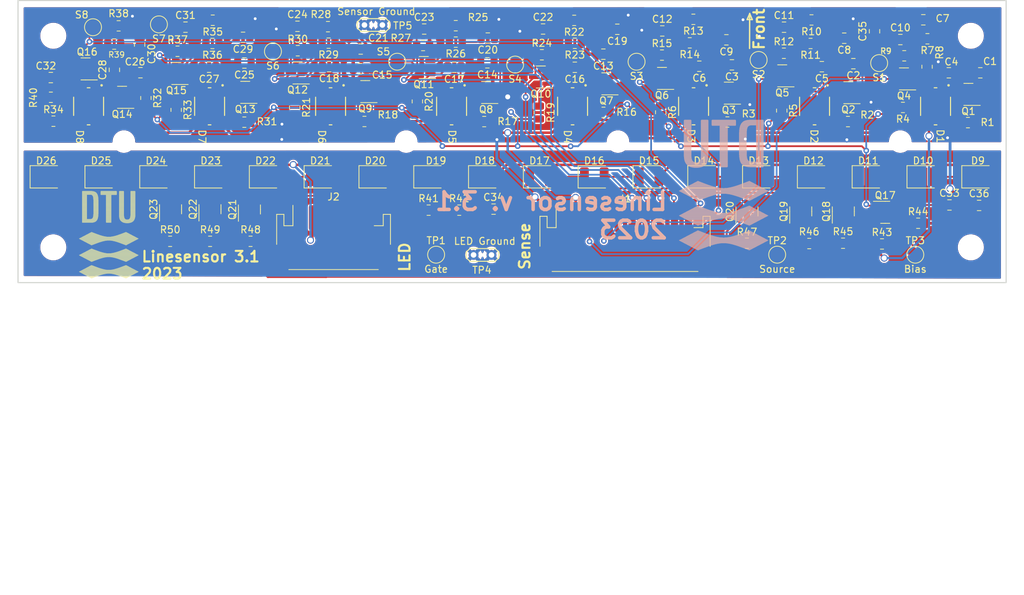
<source format=kicad_pcb>
(kicad_pcb (version 20221018) (generator pcbnew)
  (layers (0 "F.Cu" signal) (31 "B.Cu" signal) (34 "B.Paste" user) (35 "F.Paste" user) (36 "B.SilkS" user "B.Silkscreen") (37 "F.SilkS" user "F.Silkscreen") (38 "B.Mask" user) (39 "F.Mask" user) (44 "Edge.Cuts" user))
  (net 0 "")
  (net 1 "Net-(Q1-G)")
  (net 2 "GND")
  (net 3 "Net-(D1-A)")
  (net 4 "Net-(Q3-G)")
  (net 5 "+5V")
  (net 6 "/ls_3")
  (net 7 "/Bias")
  (net 8 "+12V")
  (net 9 "Net-(Q8-G)")
  (net 10 "Net-(Q9-G)")
  (net 11 "/ls_4")
  (net 12 "Net-(Q10-G)")
  (net 13 "Net-(Q11-G)")
  (net 14 "/ls_5")
  (net 15 "Net-(Q12-G)")
  (net 16 "Net-(Q13-G)")
  (net 17 "/ls_7")
  (net 18 "Net-(Q14-G)")
  (net 19 "Net-(Q15-G)")
  (net 20 "Net-(Q16-G)")
  (net 21 "/ls_1")
  (net 22 "Net-(C30-Pad2)")
  (net 23 "/ls_2")
  (net 24 "/ls_6")
  (net 25 "Net-(D10-A)")
  (net 26 "Net-(D10-K)")
  (net 27 "Net-(D11-K)")
  (net 28 "Net-(D12-K)")
  (net 29 "Net-(D13-K)")
  (net 30 "Net-(D21-K)")
  (net 31 "Net-(D22-K)")
  (net 32 "Net-(D23-K)")
  (net 33 "Net-(D24-K)")
  (net 34 "Net-(D25-K)")
  (net 35 "Net-(Q4-S)")
  (net 36 "Net-(Q5-S)")
  (net 37 "Net-(Q6-S)")
  (net 38 "Net-(Q11-S)")
  (net 39 "Net-(Q15-S)")
  (net 40 "Net-(Q17-S)")
  (net 41 "Net-(Q19-S)")
  (net 42 "Net-(Q21-S)")
  (net 43 "Net-(Q22-S)")
  (net 44 "Net-(Q23-S)")
  (net 45 "Net-(Q2-G)")
  (net 46 "Net-(Q4-G)")
  (net 47 "Net-(D2-A)")
  (net 48 "Net-(Q5-G)")
  (net 49 "Net-(D3-A)")
  (net 50 "Net-(Q6-G)")
  (net 51 "Net-(C7-Pad2)")
  (net 52 "Net-(C8-Pad2)")
  (net 53 "Net-(C9-Pad2)")
  (net 54 "Net-(Q7-G)")
  (net 55 "Net-(D4-A)")
  (net 56 "Net-(D5-A)")
  (net 57 "Net-(D6-A)")
  (net 58 "Net-(C19-Pad2)")
  (net 59 "Net-(C20-Pad2)")
  (net 60 "Net-(C21-Pad2)")
  (net 61 "Net-(D7-A)")
  (net 62 "Net-(D8-A)")
  (net 63 "Net-(C29-Pad2)")
  (net 64 "Net-(D14-K)")
  (net 65 "Net-(D15-K)")
  (net 66 "Net-(D16-K)")
  (net 67 "Net-(D17-K)")
  (net 68 "Net-(D18-K)")
  (net 69 "Net-(D19-K)")
  (net 70 "Net-(D20-K)")
  (net 71 "Net-(D26-K)")
  (net 72 "Net-(Q10-S)")
  (net 73 "Net-(Q12-S)")
  (net 74 "Net-(Q16-S)")
  (net 75 "Net-(J2-Pin_3)")
  (net 76 "Net-(Q18-S)")
  (net 77 "Net-(Q20-S)")
  (net 78 "Net-(J2-Pin_4)")
  (net 79 "/ls_8")
  (net 82 "GNDD")
  (footprint "Resistor_SMD:R_0805_2012Metric" (layer "F.Cu") (at 175.562103 67.841337)
    (fp_text reference "R9")
    (fp_text value "10k")
  )
  (footprint "Capacitor_SMD:C_0805_2012Metric" (layer "F.Cu") (at 132.932417 67.606183 180)
    (fp_text reference "C13")
    (fp_text value "330nF")
  )
  (footprint "Resistor_SMD:R_0805_2012Metric" (layer "F.Cu") (at 172.411662 94.515734)
    (fp_text reference "R43")
    (fp_text value "5.1k")
  )
  (footprint "Resistor_SMD:R_0805_2012Metric" (layer "F.Cu") (at 123.83492 75.886074 -90)
    (fp_text reference "R19")
    (fp_text value "150k")
  )
  (footprint "Capacitor_SMD:C_0805_2012Metric" (layer "F.Cu") (at 98.550895 66.876457 180)
    (fp_text reference "C21")
    (fp_text value "1uF")
  )
  (footprint "TestPoint:TestPoint_Pad_D2.0mm" (layer "F.Cu") (at 69.963014 63.38101)
    (fp_text reference "TP6" hide)
    (fp_text value "S7")
  )
  (footprint "Resistor_SMD:R_0805_2012Metric" (layer "F.Cu") (at 54.654711 73.722326 180)
    (fp_text reference "R40")
    (fp_text value "10k")
  )
  (footprint "Package_TO_SOT_SMD:SOT-23" (layer "F.Cu") (at 59.570925 69.695044 180)
    (fp_text reference "Q16")
    (fp_text value "BSS84")
  )
  (footprint "Capacitor_SMD:C_0805_2012Metric" (layer "F.Cu") (at 128.892041 69.466039 180)
    (fp_text reference "C16")
    (fp_text value "330nF")
  )
  (footprint "Connector_JST:JST_PH_S10B-PH-SM4-TB_1x10-1MP_P2.00mm_Horizontal" (layer "F.Cu") (at 136.005243 93.910321)
    (fp_text reference "J1")
    (fp_text value "Conn_01x10")
  )
  (footprint "Capacitor_SMD:C_0805_2012Metric" (layer "F.Cu") (at 111.812208 69.467972 180)
    (fp_text reference "C17")
    (fp_text value "330nF")
  )
  (footprint "Capacitor_SMD:C_0805_2012Metric" (layer "F.Cu") (at 77.07171 69.452208 180)
    (fp_text reference "C27")
    (fp_text value "330nF")
  )
  (footprint "Package_TO_SOT_SMD:SOT-23" (layer "F.Cu") (at 124.073191 70.846203 180)
    (fp_text reference "Q10")
    (fp_text value "BSS84")
  )
  (footprint "Resistor_SMD:R_0805_2012Metric" (layer "F.Cu") (at 94.003644 66.040334 180)
    (fp_text reference "R29")
    (fp_text value "2.2k")
  )
  (footprint "LED_SMD:LED_1210_3225Metric" (layer "F.Cu") (at 170.470575 85)
    (fp_text reference "D11")
    (fp_text value "LTST-C930KSKT ")
  )
  (footprint "LED_SMD:LED_1210_3225Metric" (layer "F.Cu") (at 100.58823 85)
    (fp_text reference "D20")
    (fp_text value "LTST-C930KSKT ")
  )
  (footprint "Resistor_SMD:R_0805_2012Metric" (layer "F.Cu") (at 158.210187 75.608164 -90)
    (fp_text reference "R5")
    (fp_text value "150k")
  )
  (footprint "Capacitor_SMD:C_0805_2012Metric" (layer "F.Cu") (at 186.169617 89.053539)
    (fp_text reference "C36")
    (fp_text value "4.7uF")
  )
  (footprint "Resistor_SMD:R_0805_2012Metric" (layer "F.Cu") (at 178.796868 69.387267 -90)
    (fp_text reference "R8")
    (fp_text value "2.2k")
  )
  (footprint "Package_TO_SOT_SMD:SOT-23" (layer "F.Cu") (at 141.239447 71.038602 180)
    (fp_text reference "Q6")
    (fp_text value "BSS84")
  )
  (footprint "Resistor_SMD:R_0805_2012Metric" (layer "F.Cu") (at 166.892339 94.415865)
    (fp_text reference "R45")
    (fp_text value "64R")
  )
  (footprint "Resistor_SMD:R_0805_2012Metric" (layer "F.Cu") (at 178.846362 65.425662 180)
    (fp_text reference "R7")
    (fp_text value "7.5k")
  )
  (footprint "Resistor_SMD:R_0805_2012Metric" (layer "F.Cu") (at 99.082975 77.148163)
    (fp_text reference "R18")
    (fp_text value "820k")
  )
  (footprint "MountingHole:MountingHole_3.2mm_M3" (layer "F.Cu") (at 185 95)
    (fp_text reference "H1" hide)
    (fp_text value "MountingHole")
  )
  (footprint "Capacitor_SMD:C_0805_2012Metric" (layer "F.Cu") (at 134.908603 64.07887 180)
    (fp_text reference "C19")
    (fp_text value "1uF")
  )
  (footprint "Package_TO_SOT_SMD:SOT-23" (layer "F.Cu") (at 172.866004 90.03248)
    (fp_text reference "Q17")
    (fp_text value "BSS84")
  )
  (footprint "LED_SMD:LED_1210_3225Metric" (layer "F.Cu") (at 61.764705 85)
    (fp_text reference "D25")
    (fp_text value "LTST-C930KSKT ")
  )
  (footprint "Capacitor_SMD:C_0805_2012Metric" (layer "F.Cu") (at 67.344347 70.235563 180)
    (fp_text reference "C26")
    (fp_text value "330nF")
  )
  (footprint "Resistor_SMD:R_0805_2012Metric" (layer "F.Cu") (at 77.218503 94.144054)
    (fp_text reference "R49")
    (fp_text value "64R")
  )
  (footprint "Capacitor_SMD:C_0805_2012Metric" (layer "F.Cu") (at 116.561064 65.320238 180)
    (fp_text reference "C20")
    (fp_text value "1uF")
  )
  (footprint "Capacitor_SMD:C_0805_2012Metric" (layer "F.Cu") (at 141.279086 64.314024)
    (fp_text reference "C12")
    (fp_text value "1nF")
  )
  (footprint "Resistor_SMD:R_0805_2012Metric" (layer "F.Cu") (at 145.682882 62.667945 180)
    (fp_text reference "R13")
    (fp_text value "7.5k")
  )
  (footprint "Capacitor_SMD:C_0805_2012Metric" (layer "F.Cu") (at 150.364588 65.575306 180)
    (fp_text reference "C9")
    (fp_text value "1uF")
  )
  (footprint "LED_SMD:LED_1210_3225Metric" (layer "F.Cu") (at 116.11764 85)
    (fp_text reference "D18")
    (fp_text value "LTST-C930KSKT ")
  )
  (footprint "Resistor_SMD:R_0805_2012Metric" (layer "F.Cu") (at 145.176558 66.002859 180)
    (fp_text reference "R14")
    (fp_text value "2.2k")
  )
  (footprint "VEMD5010X01:SMT_VEMD5010" (layer "F.Cu") (at 145.714285 75 -90)
    (fp_text reference "D3")
    (fp_text value "VEMD5010")
  )
  (footprint "Capacitor_SMD:C_0805_2012Metric" (layer "F.Cu") (at 98.442876 69.656952 180)
    (fp_text reference "C15")
    (fp_text value "330nF")
  )
  (footprint "LED_SMD:LED_1210_3225Metric" (layer "F.Cu") (at 77.294115 85)
    (fp_text reference "D23")
    (fp_text value "LTST-C930KSKT ")
  )
  (footprint "MountingHole:MountingHole_2.7mm_M2.5" (layer "F.Cu") (at 175 80)
    (fp_text reference "H5" hide)
    (fp_text value "MountingHole")
  )
  (footprint "TestPoint:TestPoint_Pad_D2.0mm" (layer "F.Cu") (at 157.56228 96.038349)
    (fp_text reference "TP2")
    (fp_text value "Source")
  )
  (footprint "Package_TO_SOT_SMD:SOT-23" (layer "F.Cu") (at 184.657462 73.304633 180)
    (fp_text reference "Q1")
    (fp_text value "BSS138")
  )
  (footprint "TestPoint:TestPoint_2Pads_Pitch2.54mm_Drill0.8mm" (layer "F.Cu") (at 114.543618 96.073366)
    (fp_text reference "TP4")
    (fp_text value "LED Ground")
  )
  (footprint "TestPoint:TestPoint_Pad_D2.0mm" (layer "F.Cu") (at 120.434662 69.082164)
    (fp_text reference "TP7" hide)
    (fp_text value "S4")
  )
  (footprint "MountingHole:MountingHole_3.2mm_M3" (layer "F.Cu") (at 55 95)
    (fp_text reference "H4" hide)
    (fp_text value "MountingHole")
  )
  (footprint "Resistor_SMD:R_0805_2012Metric" (layer "F.Cu") (at 93.910209 63.704343 180)
    (fp_text reference "R28")
    (fp_text value "7.5k")
  )
  (footprint "MountingHole:MountingHole_3.2mm_M3" (layer "F.Cu") (at 185 65)
    (fp_text reference "H2" hide)
    (fp_text value "MountingHole")
  )
  (footprint "Resistor_SMD:R_0805_2012Metric" (layer "F.Cu") (at 77.541369 66.089013 180)
    (fp_text reference "R36")
    (fp_text value "2.2k")
  )
  (footprint "Capacitor_SMD:C_0805_2012Metric" (layer "F.Cu") (at 163.88726 69.380528 180)
    (fp_text reference "C5")
    (fp_text value "330nF")
  )
  (footprint "Package_TO_SOT_SMD:SOT-23" (layer "F.Cu") (at 116.320616 73.044642 180)
    (fp_text reference "Q8")
    (fp_text value "BSS138")
  )
  (footprint "Capacitor_SMD:C_0805_2012Metric" (layer "F.Cu") (at 73.724811 63.773119)
    (fp_text reference "C31")
    (fp_text value "1nF")
  )
  (footprint "Capacitor_SMD:C_0805_2012Metric" (layer "F.Cu") (at 181.884652 70.24943 180)
    (fp_text reference "C4")
    (fp_text value "330nF")
  )
  (footprint "Resistor_SMD:R_0805_2012Metric" (layer "F.Cu") (at 89.631588 67.117768)
    (fp_text reference "R30")
    (fp_text value "10k")
  )
  (footprint "Resistor_SMD:R_0805_2012Metric" (layer "F.Cu") (at 63.625467 66.17388 180)
    (fp_text reference "R39")
    (fp_text value "2.2k")
  )
  (footprint "LED_SMD:LED_1210_3225Metric" (layer "F.Cu") (at 54 85)
    (fp_text reference "D26")
    (fp_text value "LTST-C930KSKT ")
  )
  (footprint "VEMD5010X01:SMT_VEMD5010" (layer "F.Cu") (at 60 75 -90)
    (fp_text reference "D8")
    (fp_text value "VEMD5010")
  )
  (footprint "Resistor_SMD:R_0805_2012Metric" (layer "F.Cu") (at 141.065309 75.843318 -90)
    (fp_text reference "R6")
    (fp_text value "150k")
  )
  (footprint "TestPoint:TestPoint_Pad_D2.0mm" (layer "F.Cu") (at 137.63845 68.676331)
    (fp_text reference "TP9" hide)
    (fp_text value "S3")
  )
  (footprint "Capacitor_SMD:C_0805_2012Metric" (layer "F.Cu") (at 146.528605 69.316395 180)
    (fp_text reference "C6")
    (fp_text value "330nF")
  )
  (footprint "Package_TO_SOT_SMD:SOT-23" (layer "F.Cu") (at 89.602964 70.273942 180)
    (fp_text reference "Q12")
    (fp_text value "BSS84")
  )
  (footprint "Capacitor_SMD:C_0805_2012Metric" (layer "F.Cu") (at 116.500952 68.836795 180)
    (fp_text reference "C14")
    (fp_text value "330nF")
  )
  (footprint "Resistor_SMD:R_0805_2012Metric" (layer "F.Cu") (at 162.421585 62.753455 180)
    (fp_text reference "R10")
    (fp_text value "7.5k")
  )
  (footprint "LED_SMD:LED_1210_3225Metric" (layer "F.Cu") (at 123.882345 85)
    (fp_text reference "D17")
    (fp_text value "LTST-C930KSKT ")
  )
  (footprint "Package_TO_SOT_SMD:SOT-23" (layer "F.Cu") (at 82.783554 89.631052 90)
    (fp_text reference "Q21")
    (fp_text value "BSS138")
  )
  (footprint "VEMD5010X01:SMT_VEMD5010" (layer "F.Cu") (at 162.857142 75 -90)
    (fp_text reference "D2")
    (fp_text value "VEMD5010")
  )
  (footprint "Capacitor_SMD:C_0805_2012Metric" (layer "F.Cu") (at 54.64687 70.921697 180)
    (fp_text reference "C32")
    (fp_text value "1nF")
  )
  (footprint "Capacitor_SMD:C_0805_2012Metric" (layer "F.Cu") (at 178.266132 62.735417 180)
    (fp_text reference "C7")
    (fp_text value "1uF")
  )
  (footprint "Capacitor_SMD:C_0805_2012Metric" (layer "F.Cu") (at 67.225601 66.232847 -90)
    (fp_text reference "C30")
    (fp_text value "1uF")
  )
  (footprint "Capacitor_SMD:C_0805_2012Metric" (layer "F.Cu") (at 151.146178 69.123996 180)
    (fp_text reference "C3")
    (fp_text value "330nF")
  )
  (footprint "Package_TO_SOT_SMD:SOT-23" (layer "F.Cu") (at 167.640849 73.066868 180)
    (fp_text reference "Q2")
    (fp_text value "BSS138")
  )
  (footprint "TestPoint:TestPoint_Pad_D2.0mm" (layer "F.Cu") (at 172.010735 68.870425)
    (fp_text reference "TP10" hide)
    (fp_text value "S1")
  )
  (footprint "VEMD5010X01:SMT_VEMD5010" (layer "F.Cu") (at 77.142857 75 -90)
    (fp_text reference "D7")
    (fp_text value "VEMD5010")
  )
  (footprint "VEMD5010X01:SMT_VEMD5010" (layer "F.Cu") (at 128.571428 75 -90)
    (fp_text reference "D4")
    (fp_text value "VEMD5010")
  )
  (footprint "Resistor_SMD:R_0805_2012Metric" (layer "F.Cu") (at 77.590382 62.792846 180)
    (fp_text reference "R35")
    (fp_text value "7.5k")
  )
  (footprint "Package_TO_SOT_SMD:SOT-23" (layer "F.Cu") (at 71.614117 89.599877 90)
    (fp_text reference "Q23")
    (fp_text value "BSS138")
  )
  (footprint "TestPoint:TestPoint_Pad_D2.0mm" (layer "F.Cu") (at 60.623504 63.786466)
    (fp_text reference "TP13" hide)
    (fp_text value "S8")
  )
  (footprint "Package_TO_SOT_SMD:SOT-23" (layer "F.Cu") (at 133.351093 71.808197 180)
    (fp_text reference "Q7")
    (fp_text value "BSS138")
  )
  (footprint "LED_SMD:LED_1210_3225Metric" (layer "F.Cu") (at 162.70587 85)
    (fp_text reference "D12")
    (fp_text value "LTST-C930KSKT ")
  )
  (footprint "Resistor_SMD:R_0805_2012Metric" (layer "F.Cu") (at 175.376443 75.159234 180)
    (fp_text reference "R4")
    (fp_text value "150k")
  )
  (footprint "Capacitor_SMD:C_0805_2012Metric" (layer "F.Cu") (at 63.658781 69.828032 90)
    (fp_text reference "C28")
    (fp_text value "330nF")
  )
  (footprint "Resistor_SMD:R_0805_2012Metric" (layer "F.Cu") (at 106.582456 74.306996 -90)
    (fp_text reference "R20")
    (fp_text value "150k")
  )
  (footprint "MountingHole:MountingHole_2.7mm_M2.5" (layer "F.Cu") (at 105 80)
    (fp_text reference "H7" hide)
    (fp_text value "MountingHole")
  )
  (footprint "Resistor_SMD:R_0805_2012Metric" (layer "F.Cu") (at 167.588238 77.161994)
    (fp_text reference "R2")
    (fp_text value "820k")
  )
  (footprint "Package_TO_SOT_SMD:SOT-23" (layer "F.Cu") (at 99.197255 72.91622 180)
    (fp_text reference "Q9")
    (fp_text value "BSS138")
  )
  (footprint "LED_SMD:LED_1210_3225Metric" (layer "F.Cu") (at 92.823525 85)
    (fp_text reference "D21")
    (fp_text value "LTST-C930KSKT ")
  )
  (footprint "LED_SMD:LED_1210_3225Metric" (layer "F.Cu") (at 69.52941 85)
    (fp_text reference "D24")
    (fp_text value "LTST-C930KSKT ")
  )
  (footprint "Package_TO_SOT_SMD:SOT-23" (layer "F.Cu") (at 160.899839 89.902863 90)
    (fp_text reference "Q19")
    (fp_text value "BSS138")
  )
  (footprint "LED_SMD:LED_1210_3225Metric" (layer "F.Cu") (at 154.941165 85)
    (fp_text reference "D13")
    (fp_text value "LTST-C930KSKT ")
  )
  (footprint "Resistor_SMD:R_0805_2012Metric" (layer "F.Cu") (at 107.393637 66.379947)
    (fp_text reference "R27")
    (fp_text value "10k")
  )
  (footprint "Resistor_SMD:R_0805_2012Metric" (layer "F.Cu") (at 128.801275 62.817588 180)
    (fp_text reference "R22")
    (fp_text value "7.5k")
  )
  (footprint "LED_SMD:LED_1210_3225Metric" (layer "F.Cu") (at 139.411755 85)
    (fp_text reference "D15")
    (fp_text value "LTST-C930KSKT ")
  )
  (footprint "TestPoint:TestPoint_Pad_D2.0mm" (layer "F.Cu") (at 103.724932 68.676331)
    (fp_text reference "TP12" hide)
    (fp_text value "S5")
  )
  (footprint "MountingHole:MountingHole_3.2mm_M3" (layer "F.Cu") (at 55 65)
    (fp_text reference "H3" hide)
    (fp_text value "MountingHole")
  )
  (footprint "Package_TO_SOT_SMD:SOT-23" (layer "F.Cu") (at 166.929839 89.902863 90)
    (fp_text reference "Q18")
    (fp_text value "BSS138")
  )
  (footprint "Package_TO_SOT_SMD:SOT-23" (layer "F.Cu") (at 77.193017 89.591587 90)
    (fp_text reference "Q22")
    (fp_text value "BSS138")
  )
  (footprint "VEMD5010X01:SMT_VEMD5010" (layer "F.Cu") (at 180 75 -90)
    (fp_text reference "D1")
    (fp_text value "VEMD5010")
  )
  (footprint "Resistor_SMD:R_0805_2012Metric" (layer "F.Cu") (at 153.273446 94.415865 180)
    (fp_text reference "R47")
    (fp_text value "64R")
  )
  (footprint "TestPoint:TestPoint_Pad_D2.0mm" (layer "F.Cu") (at 109.238584 96.038349)
    (fp_text reference "TP1")
    (fp_text value "Gate")
  )
  (footprint "TestPoint:TestPoint_Pad_D2.0mm" (layer "F.Cu") (at 177.130699 96.038349)
    (fp_text reference "TP3")
    (fp_text value "Bias")
  )
  (footprint "Package_TO_SOT_SMD:SOT-23" (layer "F.Cu") (at 72.429316 70.350069 180)
    (fp_text reference "Q15")
    (fp_text value "BSS84")
  )
  (footprint "Package_TO_SOT_SMD:SOT-23" (layer "F.Cu") (at 82.189194 73.017168 180)
    (fp_text reference "Q13")
    (fp_text value "BSS138")
  )
  (footprint "LED_SMD:LED_1210_3225Metric" (layer "F.Cu") (at 186 85)
    (fp_text reference "D9")
    (fp_text value "LTST-C930KSKT ")
  )
  (footprint "Resistor_SMD:R_0805_2012Metric" (layer "F.Cu") (at 124.219718 67.691693)
    (fp_text reference "R24")
    (fp_text value "10k")
  )
  (footprint "Package_TO_SOT_SMD:SOT-23" (layer "F.Cu") (at 150.709748 73.133612 180)
    (fp_text reference "Q3")
    (fp_text value "BSS138")
  )
  (footprint "Resistor_SMD:R_0805_2012Metric" (layer "F.Cu") (at 141.23633 67.734449)
    (fp_text reference "R15")
    (fp_text value "10k")
  )
  (footprint "Resistor_SMD:R_0805_2012Metric" (layer "F.Cu") (at 82.063899 77.250776)
    (fp_text reference "R31")
    (fp_text value "820k")
  )
  (footprint "Package_TO_SOT_SMD:SOT-23" (layer "F.Cu") (at 175.526087 71.112118 180)
    (fp_text reference "Q4")
    (fp_text value "BSS84")
  )
  (footprint "Package_TO_SOT_SMD:SOT-23" (layer "F.Cu") (at 64.743844 73.720192 180)
    (fp_text reference "Q14")
    (fp_text value "BSS138")
  )
  (footprint "TestPoint:TestPoint_2Pads_Pitch2.54mm_Drill0.8mm" (layer "F.Cu") (at 99.085104 63.469371)
    (fp_text reference "TP5")
    (fp_text value "Sensor Ground")
  )
  (footprint "Resistor_SMD:R_0805_2012Metric" (layer "F.Cu") (at 112.511099 89.725306)
    (fp_text reference "R42")
    (fp_text value "3.9k")
  )
  (footprint "Resistor_SMD:R_0805_2012Metric" (layer "F.Cu") (at 177.535661 91.583291)
    (fp_text reference "R44")
    (fp_text value "7.5k")
  )
  (footprint "Capacitor_SMD:C_0805_2012Metric" (layer "F.Cu") (at 94.080604 69.375248 180)
    (fp_text reference "C18")
    (fp_text value "330nF")
  )
  (footprint "Resistor_SMD:R_0805_2012Metric" (layer "F.Cu") (at 89.206499 75.158229 -90)
    (fp_text reference "R21")
    (fp_text value "150k")
  )
  (footprint "Capacitor_SMD:C_0805_2012Metric" (layer "F.Cu") (at 81.882573 65.219432 180)
    (fp_text reference "C29")
    (fp_text value "1uF")
  )
  (footprint "LED_SMD:LED_1210_3225Metric" (layer "F.Cu") (at 85.05882 85)
    (fp_text reference "D22")
    (fp_text value "LTST-C930KSKT ")
  )
  (footprint "MountingHole:MountingHole_2.7mm_M2.5" (layer "F.Cu") (at 135 80)
    (fp_text reference "H6" hide)
    (fp_text value "MountingHole")
  )
  (footprint "LED_SMD:LED_1210_3225Metric" (layer "F.Cu") (at 131.64705 85)
    (fp_text reference "D16")
    (fp_text value "LTST-C930KSKT ")
  )
  (footprint "TestPoint:TestPoint_Pad_D2.0mm" (layer "F.Cu") (at 154.930462 68.429303)
    (fp_text reference "TP8" hide)
    (fp_text value "S2")
  )
  (footprint "Resistor_SMD:R_0805_2012Metric" (layer "F.Cu") (at 112.022589 65.897409 180)
    (fp_text reference "R26")
    (fp_text value "2.2k")
  )
  (footprint "Capacitor_SMD:C_0805_2012Metric" (layer "F.Cu") (at 82.074081 68.862185 180)
    (fp_text reference "C25")
    (fp_text value "330nF")
  )
  (footprint "Resistor_SMD:R_0805_2012Metric" (layer "F.Cu") (at 72.59425 67.194728)
    (fp_text reference "R37")
    (fp_text value "10k")
  )
  (footprint "Capacitor_SMD:C_0805_2012Metric" (layer "F.Cu") (at 89.592129 63.654588)
    (fp_text reference "C24")
    (fp_text value "1nF")
  )
  (footprint "Resistor_SMD:R_0805_2012Metric" (layer "F.Cu") (at 184.590212 77.311637)
    (fp_text reference "R1")
    (fp_text value "820k")
  )
  (footprint "Resistor_SMD:R_0805_2012Metric" (layer "F.Cu") (at 128.886786 66.066992 180)
    (fp_text reference "R23")
    (fp_text value "2.2k")
  )
  (footprint "Capacitor_SMD:C_0805_2012Metric" (layer "F.Cu") (at 107.546508 64.041111)
    (fp_text reference "C23")
    (fp_text value "1nF")
  )
  (footprint "Capacitor_SMD:C_0805_2012Metric" (layer "F.Cu") (at 181.971731 88.989207)
    (fp_text reference "C33")
    (fp_text value "4.7uF")
  )
  (footprint "Resistor_SMD:R_0805_2012Metric" (layer "F.Cu") (at 132.94854 75.857957)
    (fp_text reference "R16")
    (fp_text value "820k")
  )
  (footprint "Resistor_SMD:R_0805_2012Metric" (layer "F.Cu") (at 116.050111 77.162321)
    (fp_text reference "R17")
    (fp_text value "820k")
  )
  (footprint "Capacitor_SMD:C_0805_2012Metric" (layer "F.Cu") (at 124.390739 64.036115)
    (fp_text reference "C22")
    (fp_text value "1nF")
  )
  (footprint "Capacitor_SMD:C_0805_2012Metric" (layer "F.Cu") (at 186.340587 70.253368 180)
    (fp_text reference "C1")
    (fp_text value "330nF")
  )
  (footprint "Resistor_SMD:R_0805_2012Metric" (layer "F.Cu") (at 158.509474 67.477917)
    (fp_text reference "R12")
    (fp_text value "10k")
  )
  (footprint "VEMD5010X01:SMT_VEMD5010" (layer "F.Cu") (at 111.428571 75 -90)
    (fp_text reference "D5")
    (fp_text value "VEMD5010")
  )
  (footprint "Package_TO_SOT_SMD:SOT-23" (layer "F.Cu") (at 153.279839 89.902863 90)
    (fp_text reference "Q20")
    (fp_text value "BSS138")
  )
  (footprint "LED_SMD:LED_1210_3225Metric" (layer "F.Cu") (at 108.352935 85)
    (fp_text reference "D19")
    (fp_text value "LTST-C930KSKT ")
  )
  (footprint "Capacitor_SMD:C_0805_2012Metric" (layer "F.Cu") (at 175.013023 65.53255)
    (fp_text reference "C10")
    (fp_text value "1nF")
  )
  (footprint "Resistor_SMD:R_0805_2012Metric" (layer "F.Cu") (at 64.255414 63.595312 180)
    (fp_text reference "R38")
    (fp_text value "7.5k")
  )
  (footprint "Resistor_SMD:R_0805_2012Metric" (layer "F.Cu") (at 71.555944 94.144054)
    (fp_text reference "R50")
    (fp_text value "64R")
  )
  (footprint "TestPoint:TestPoint_Pad_D2.0mm" (layer "F.Cu") (at 86.120399 67.212519)
    (fp_text reference "TP11" hide)
    (fp_text value "S6")
  )
  (footprint "Resistor_SMD:R_0805_2012Metric" (layer "F.Cu") (at 162.101928 94.459341)
    (fp_text reference "R46")
    (fp_text value "64R")
  )
  (footprint "Package_TO_SOT_SMD:SOT-23" (layer "F.Cu") (at 107.4899 69.498028 180)
    (fp_text reference "Q11")
    (fp_text value "BSS84")
  )
  (footprint "Package_TO_SOT_SMD:SOT-23" (layer "F.Cu") (at 158.277437 70.675182 180)
    (fp_text reference "Q5")
    (fp_text value "BSS84")
  )
  (footprint "Resistor_SMD:R_0805_2012Metric" (layer "F.Cu") (at 162.293319 66.088369 180)
    (fp_text reference "R11")
    (fp_text value "2.2k")
  )
  (footprint "Resistor_SMD:R_0805_2012Metric" (layer "F.Cu") (at 72.403663 75.506359 -90)
    (fp_text reference "R33")
    (fp_text value "150k")
  )
  (footprint "LED_SMD:LED_1210_3225Metric" (layer "F.Cu") (at 178.23528 85)
    (fp_text reference "D10")
    (fp_text value "LTST-C930KSKT ")
  )
  (footprint "VEMD5010X01:SMT_VEMD5010" (layer "F.Cu") (at 94.285714 75 -90)
    (fp_text reference "D6")
    (fp_text value "VEMD5010")
  )
  (footprint "Connector_JST:JST_PH_S6B-PH-SM4-TB_1x06-1MP_P2.00mm_Horizontal" (layer "F.Cu") (at 94.707281 93.63851)
    (fp_text reference "J2")
    (fp_text value "Conn_01x06")
  )
  (footprint "Capacitor_SMD:C_0805_2012Metric" (layer "F.Cu") (at 168.352578 68.952975 180)
    (fp_text reference "C2")
    (fp_text value "330nF")
  )
  (footprint "Resistor_SMD:R_0805_2012Metric" (layer "F.Cu") (at 68.118617 73.819709 -90)
    (fp_text reference "R32")
    (fp_text value "820k")
  )
  (footprint "Capacitor_SMD:C_0805_2012Metric" (layer "F.Cu") (at 167.060536 65.340151 180)
    (fp_text reference "C8")
    (fp_text value "1uF")
  )
  (footprint "Capacitor_SMD:C_0805_2012Metric" (layer "F.Cu") (at 171.353241 64.358444 90)
    (fp_text reference "C35")
    (fp_text value "1uF")
  )
  (footprint "Resistor_SMD:R_0805_2012Metric" (layer "F.Cu") (at 112.022589 63.567276 180)
    (fp_text reference "R25")
    (fp_text value "7.5k")
  )
  (footprint "Resistor_SMD:R_0805_2012Metric" (layer "F.Cu") (at 55.015383 77.112648)
    (fp_text reference "R34")
    (fp_text value "150k")
  )
  (footprint "Capacitor_SMD:C_0805_2012Metric" (layer "F.Cu") (at 158.530852 63.779583)
    (fp_text reference "C11")
    (fp_text value "1nF")
  )
  (footprint "MountingHole:MountingHole_2.7mm_M2.5" (layer "F.Cu") (at 65 80)
    (fp_text reference "H8" hide)
    (fp_text value "MountingHole")
  )
  (footprint "Resistor_SMD:R_0805_2012Metric" (layer "F.Cu") (at 108.174826 89.725306)
    (fp_text reference "R41")
    (fp_text value "2.2k")
  )
  (footprint "Resistor_SMD:R_0805_2012Metric" (layer "F.Cu") (at 150.507493 77.226127)
    (fp_text reference "R3")
    (fp_text value "820k")
  )
  (footprint "Capacitor_SMD:C_0805_2012Metric" (layer "F.Cu") (at 117.376113 89.579993)
    (fp_text reference "C34")
    (fp_text value "4.7uF")
  )
  (footprint "Library_regbot_2023:DTU-MEDIUM-9MM" (layer "F.Cu") (at 62.883788 92.499182)
    (fp_text reference "L2" hide)
    (fp_text value "DTUMEDIUM-13MM")
  )
  (footprint "Resistor_SMD:R_0805_2012Metric" (layer "F.Cu") (at 82.947959 94.144054)
    (fp_text reference "R48")
    (fp_text value "64R")
  )
  (footprint "LED_SMD:LED_1210_3225Metric" (layer "F.Cu") (at 147.17646 85)
    (fp_text reference "D14")
    (fp_text value "LTST-C930KSKT ")
  )
  (footprint "Library_regbot_2023:DTU-LARGE" (layer "B.Cu") (at 149.86 85 180)
    (fp_text reference "L1" hide)
    (fp_text value "DTULARGE" hide)
  )
  (gr_line (start 153.30645 62.68611) (end 153.674052 61.865131) (stroke (width 0.2)) (layer "F.SilkS"))
  (gr_line (start 154.029401 62.698363) (end 153.30645 62.68611) (stroke (width 0.2)) (layer "F.SilkS"))
  (gr_line (start 153.649545 66.791002) (end 153.661798 61.828371) (stroke (width 0.2)) (layer "F.SilkS"))
  (gr_line (start 153.674052 61.865131) (end 154.029401 62.698363) (stroke (width 0.2)) (layer "F.SilkS"))
  (gr_rect (start 50 60) (end 190 100) (stroke (width 0.15)) (fill none) (layer "Edge.Cuts"))
  (gr_text "Linesensor v. 3.1\n2023" (at 142.24 93.98) (layer "B.SilkS") (effects (font (size 2.5 2.5) (thickness 0.5) bold) (justify left bottom mirror)))
  (gr_text "LED" (at 105.663883 98.618463 90) (layer "F.SilkS") (effects (font (size 1.5 1.5) (thickness 0.3) bold) (justify left bottom)))
  (gr_text "Linesensor 3.1\n2023" (at 67.366366 99.612838) (layer "F.SilkS") (effects (font (size 1.5 1.5) (thickness 0.3) bold) (justify left bottom)))
  (gr_text "Front\n" (at 155.880899 67.155214 90) (layer "F.SilkS") (effects (font (size 1.5 1.5) (thickness 0.3) bold) (justify left bottom)))
  (gr_text "Sense" (at 122.665507 98.327837 90) (layer "F.SilkS") (effects (font (size 1.5 1.5) (thickness 0.3) bold) (justify left bottom)))
  (segment (start 187.96 74.854349) (end 185.502712 77.311637) (width 0.25) (layer "F.Cu") (net 1))
  (segment (start 187.96 70.922781) (end 187.96 74.854349) (width 0.25) (layer "F.Cu") (net 1))
  (segment (start 185.594962 74.254633) (end 185.594962 77.219387) (width 0.25) (layer "F.Cu") (net 1))
  (segment (start 187.290587 70.253368) (end 187.96 70.922781) (width 0.25) (layer "F.Cu") (net 1))
  (segment (start 185.594962 77.219387) (end 185.502712 77.311637) (width 0.25) (layer "F.Cu") (net 1))
  (segment (start 178.448161 91.583291) (end 180.852647 91.583291) (width 0.4) (layer "F.Cu") (net 2))
  (segment (start 180.852647 91.583291) (end 182.921731 89.514207) (width 0.4) (layer "F.Cu") (net 2))
  (segment (start 182.921731 87.562408) (end 182.057681 86.698358) (width 0.4) (layer "F.Cu") (net 2))
  (segment (start 127.005243 91.060321) (end 126.453451 91.060321) (width 0.4) (layer "F.Cu") (net 2))
  (segment (start 126.453451 91.060321) (end 123.250347 87.857217) (width 0.4) (layer "F.Cu") (net 2))
  (segment (start 182.921731 89.514207) (end 182.921731 87.562408) (width 0.4) (layer "F.Cu") (net 2))
  (via (at 66.21032 62.221376) (size 0.8) (drill 0.4) (layers "F.Cu" "B.Cu") (net 2))
  (via (at 168.330416 62.588519) (size 0.8) (drill 0.4) (layers "F.Cu" "B.Cu") (net 2))
  (via (at 87.39582 77.532592) (size 0.8) (drill 0.4) (layers "F.Cu" "B.Cu") (net 2))
  (via (at 167.432956 79.735449) (size 0.8) (drill 0.4) (layers "F.Cu" "B.Cu") (net 2))
  (via (at 123.250347 87.857217) (size 1) (drill 0.7) (layers "F.Cu" "B.Cu") (net 2))
  (via (at 153.046396 79.640264) (size 0.8) (drill 0.4) (layers "F.Cu" "B.Cu") (net 2))
  (via (at 180.383597 68.685979) (size 0.8) (drill 0.4) (layers "F.Cu" "B.Cu") (net 2))
  (via (at 121.104971 64.356244) (size 0.8) (drill 0.4) (layers "F.Cu" "B.Cu") (net 2))
  (via (at 117.855077 79.721851) (size 0.8) (drill 0.4) (layers "F.Cu" "B.Cu") (net 2))
  (via (at 155.031687 65.063334) (size 0.8) (drill 0.4) (layers "F.Cu" "B.Cu") (net 2))
  (via (at 119.38 73.66) (size 1) (drill 0.7) (layers "F.Cu" "B.Cu") (net 2))
  (via (at 87.368625 79.694655) (size 0.8) (drill 0.4) (layers "F.Cu" "B.Cu") (net 2))
  (via (at 182.057681 86.698358) (size 1) (drill 0.7) (layers "F.Cu" "B.Cu") (net 2))
  (via (at 153.685497 74.758624) (size 0.8) (drill 0.4) (layers "F.Cu" "B.Cu") (net 2))
  (via (at 138.374281 64.206667) (size 0.8) (drill 0.4) (layers "F.Cu" "B.Cu") (net 2))
  (via (at 86.593545 64.029895) (size 0.8) (drill 0.4) (layers "F.Cu" "B.Cu") (net 2))
  (via (at 152.720047 62.724498) (size 0.8) (drill 0.4) (layers "F.Cu" "B.Cu") (net 2))
  (via (at 170.859622 74.418677) (size 0.8) (drill 0.4) (layers "F.Cu" "B.Cu") (net 2))
  (via (at 118.127035 62.670107) (size 0.8) (drill 0.4) (layers "F.Cu" "B.Cu") (net 2))
  (via (at 83.602011 62.574921) (size 0.8) (drill 0.4) (layers "F.Cu" "B.Cu") (net 2))
  (via (at 181.697135 79.463491) (size 0.8) (drill 0.4) (layers "F.Cu" "B.Cu") (net 2))
  (via (at 136.45698 62.0718) (size 0.8) (drill 0.4) (layers "F.Cu" "B.Cu") (net 2))
  (segment (start 117.855077 79.721851) (end 117.836606 79.70338) (width 0.4) (layer "B.Cu") (net 2))
  (segment (start 117.836606 79.70338) (end 117.836606 75.203394) (width 0.4) (layer "B.Cu") (net 2))
  (segment (start 182.057681 79.824037) (end 181.697135 79.463491) (width 0.4) (layer "B.Cu") (net 2))
  (segment (start 117.836606 82.443476) (end 117.836606 79.740322) (width 0.4) (layer "B.Cu") (net 2))
  (segment (start 117.836606 79.740322) (end 117.855077 79.721851) (width 0.4) (layer "B.Cu") (net 2))
  (segment (start 117.836606 75.203394) (end 119.38 73.66) (width 0.4) (layer "B.Cu") (net 2))
  (segment (start 123.250347 87.857217) (end 117.836606 82.443476) (width 0.4) (layer "B.Cu") (net 2))
  (segment (start 182.057681 86.698358) (end 182.057681 79.824037) (width 0.4) (layer "B.Cu") (net 2))
  (segment (start 183.315329 72.9) (end 182.88 72.9) (width 0.25) (layer "F.Cu") (net 3))
  (segment (start 181.27525 72.9) (end 178.72475 72.9) (width 0.25) (layer "F.Cu") (net 3))
  (segment (start 183.719962 73.304633) (end 183.315329 72.9) (width 0.25) (layer "F.Cu") (net 3))
  (segment (start 183.719962 77.269387) (end 183.719962 73.304633) (width 0.25) (layer "F.Cu") (net 3))
  (segment (start 182.834652 72.854652) (end 182.88 72.9) (width 0.25) (layer "F.Cu") (net 3))
  (segment (start 182.88 72.9) (end 181.27525 72.9) (width 0.25) (layer "F.Cu") (net 3))
  (segment (start 182.834652 70.24943) (end 182.834652 72.854652) (width 0.25) (layer "F.Cu") (net 3))
  (segment (start 183.677712 77.311637) (end 183.719962 77.269387) (width 0.25) (layer "F.Cu") (net 3))
  (segment (start 151.647248 76.998872) (end 151.647248 74.083612) (width 0.25) (layer "F.Cu") (net 4))
  (segment (start 151.647248 74.083612) (end 152.709748 73.021112) (width 0.25) (layer "F.Cu") (net 4))
  (segment (start 151.419993 77.226127) (end 151.647248 76.998872) (width 0.25) (layer "F.Cu") (net 4))
  (segment (start 152.709748 69.737566) (end 152.096178 69.123996) (width 0.25) (layer "F.Cu") (net 4))
  (segment (start 152.709748 73.021112) (end 152.709748 69.737566) (width 0.25) (layer "F.Cu") (net 4))
  (segment (start 112.935089 63.567276) (end 110.6165 61.248687) (width 0.35) (layer "F.Cu") (net 5))
  (segment (start 171.499162 94.515734) (end 171.499162 95.299162) (width 0.35) (layer "F.Cu") (net 5))
  (segment (start 173.059812 77.1) (end 178.72475 77.1) (width 0.35) (layer "F.Cu") (net 5))
  (segment (start 87.793275 79.023289) (end 91.087175 79.023289) (width 0.35) (layer "F.Cu") (net 5))
  (segment (start 180.573967 65.72164) (end 180.02164 65.72164) (width 0.25) (layer "F.Cu") (net 5))
  (segment (start 80.341396 79.023289) (end 86.943975 79.023289) (width 0.35) (layer "F.Cu") (net 5))
  (segment (start 161.581892 77.1) (end 164.132392 77.1) (width 0.35) (layer "F.Cu") (net 5))
  (segment (start 145.244916 61.424916) (end 139.037557 61.424916) (width 0.35) (layer "F.Cu") (net 5))
  (segment (start 179.741132 62.735417) (end 178.466132 61.460417) (width 0.35) (layer "F.Cu") (net 5))
  (segment (start 58.72475 77.1) (end 61.27525 77.1) (width 0.35) (layer "F.Cu") (net 5))
  (segment (start 162.005546 61.424916) (end 155.989978 61.424916) (width 0.35) (layer "F.Cu") (net 5))
  (segment (start 65.167914 63.595312) (end 65.538066 63.595312) (width 0.35) (layer "F.Cu") (net 5))
  (segment (start 121.415922 61.464078) (end 117.559762 65.320238) (width 0.35) (layer "F.Cu") (net 5))
  (segment (start 134.583603 62.80387) (end 129.727493 62.80387) (width 0.35) (layer "F.Cu") (net 5))
  (segment (start 96.853781 63.704343) (end 100.025895 66.876457) (width 0.35) (layer "F.Cu") (net 5))
  (segment (start 178.466132 61.460417) (end 174.635151 61.460417) (width 0.35) (layer "F.Cu") (net 5))
  (segment (start 171.499162 95.299162) (end 172.72 96.52) (width 0.35) (layer "F.Cu") (net 5))
  (segment (start 155.989978 61.424916) (end 151.839588 65.575306) (width 0.35) (layer "F.Cu") (net 5))
  (segment (start 146.989535 77.1) (end 148.629535 78.74) (width 0.35) (layer "F.Cu") (net 5))
  (segment (start 146.595382 62.667945) (end 146.487945 62.667945) (width 0.35) (layer "F.Cu") (net 5))
  (segment (start 188.441751 69.866359) (end 187.193381 68.617989) (width 0.25) (layer "F.Cu") (net 5))
  (segment (start 179.741132 62.735417) (end 179.741132 65.407932) (width 0.35) (layer "F.Cu") (net 5))
  (segment (start 179.741132 65.407932) (end 179.758862 65.425662) (width 0.35) (layer "F.Cu") (net 5))
  (segment (start 165.94884 62.753455) (end 163.334085 62.753455) (width 0.35) (layer "F.Cu") (net 5))
  (segment (start 57.08475 78.74) (end 58.72475 77.1) (width 0.35) (layer "F.Cu") (net 5))
  (segment (start 58.712892 63.207108) (end 58.712892 66.304243) (width 0.35) (layer "F.Cu") (net 5))
  (segment (start 115.758102 63.567276) (end 112.935089 63.567276) (width 0.35) (layer "F.Cu") (net 5))
  (segment (start 178.72475 77.1) (end 181.27525 77.1) (width 0.25) (layer "F.Cu") (net 5))
  (segment (start 146.487945 62.667945) (end 145.244916 61.424916) (width 0.35) (layer "F.Cu") (net 5))
  (segment (start 174.635151 61.460417) (end 172.453241 63.642327) (width 0.35) (layer "F.Cu") (net 5))
  (segment (start 172.453241 63.642327) (end 172.453241 64.208444) (width 0.35) (layer "F.Cu") (net 5))
  (segment (start 129.002447 90.423642) (end 129.002447 87.913611) (width 0.35) (layer "F.Cu") (net 5))
  (segment (start 87.047609 78.919655) (end 87.689641 78.919655) (width 0.35) (layer "F.Cu") (net 5))
  (segment (start 129.846678 77.1) (end 130.013721 76.932957) (width 0.35) (layer "F.Cu") (net 5))
  (segment (start 82.832573 64.694432) (end 80.946174 62.808033) (width 0.35) (layer "F.Cu") (net 5))
  (segment (start 74.227607 78.74) (end 75.867607 77.1) (width 0.35) (layer "F.Cu") (net 5))
  (segment (start 179.741132 65.441132) (end 179.741132 62.735417) (width 0.25) (layer "F.Cu") (net 5))
  (segment (start 186.222652 79.061381) (end 188.441751 76.842282) (width 0.25) (layer "F.Cu") (net 5))
  (segment (start 51.943146 69.004067) (end 51.943146 78.74) (width 0.35) (layer "F.Cu") (net 5))
  (segment (start 163.334085 62.753455) (end 162.005546 61.424916) (width 0.35) (layer "F.Cu") (net 5))
  (segment (start 86.943975 79.023289) (end 87.047609 78.919655) (width 0.35) (layer "F.Cu") (net 5))
  (segment (start 139.037557 61.424916) (end 136.383603 64.07887) (width 0.35) (layer "F.Cu") (net 5))
  (segment (start 148.629535 78.74) (end 159.941892 78.74) (width 0.35) (layer "F.Cu") (net 5))
  (segment (start 164.132392 77.1) (end 165.772392 78.74) (width 0.35) (layer "F.Cu") (net 5))
  (segment (start 117.559762 65.320238) (end 117.511064 65.320238) (width 0.35) (layer "F.Cu") (net 5))
  (segment (start 93.010464 77.1) (end 95.560964 77.1) (width 0.35) (layer "F.Cu") (net 5))
  (segment (start 188.441751 76.842282) (end 188.441751 69.866359) (width 0.25) (layer "F.Cu") (net 5))
  (segment (start 148.932227 62.667945) (end 146.595382 62.667945) (width 0.35) (layer "F.Cu") (net 5))
  (segment (start 181.27525 77.1) (end 181.27525 77.13525) (width 0.25) (layer "F.Cu") (net 5))
  (segment (start 94.822709 63.704343) (end 92.680348 61.561982) (width 0.35) (layer "F.Cu") (net 5))
  (segment (start 87.015023 61.561982) (end 83.357573 65.219432) (width 0.35) (layer "F.Cu") (net 5))
  (segment (start 112.703821 78.094904) (end 113.348917 78.74) (width 0.35) (layer "F.Cu") (net 5))
  (segment (start 110.6165 61.248687) (end 97.278365 61.248687) (width 0.35) (layer "F.Cu") (net 5))
  (segment (start 136.383603 64.07887) (end 135.858603 64.07887) (width 0.35) (layer "F.Cu") (net 5))
  (segment (start 187.193381 68.617989) (end 183.470316 68.617989) (width 0.25) (layer "F.Cu") (net 5))
  (segment (start 135.858603 64.07887) (end 134.583603 62.80387) (width 0.35) (layer "F.Cu") (net 5))
  (segment (start 94.822709 63.704343) (end 96.853781 63.704343) (width 0.35) (layer "F.Cu") (net 5))
  (segment (start 151.314588 65.050306) (end 148.932227 62.667945) (width 0.35) (layer "F.Cu") (net 5))
  (segment (start 75.867607 77.1) (end 78.418107 77.1) (width 0.35) (layer "F.Cu") (net 5))
  (segment (start 117.511064 65.320238) (end 115.758102 63.567276) (width 0.35) (layer "F.Cu") (net 5))
  (segment (start 65.167914 63.595312) (end 63.408718 61.836116) (width 0.35) (layer "F.Cu") (net 5))
  (segment (start 87.689641 78.919655) (end 87.793275 79.023289) (width 0.35) (layer "F.Cu") (net 5))
  (segment (start 66.94 77.1) (end 68.58 78.74) (width 0.35) (layer "F.Cu") (net 5))
  (segment (start 127.296178 77.1) (end 129.846678 77.1) (width 0.35) (layer "F.Cu") (net 5))
  (segment (start 110.153321 77.1) (end 112.703821 77.1) (width 0.35) (layer "F.Cu") (net 5))
  (segment (start 159.941892 78.74) (end 161.581892 77.1) (width 0.35) (layer "F.Cu") (net 5))
  (segment (start 129.713775 62.817588) (end 128.360265 61.464078) (width 0.35) (layer "F.Cu") (net 5))
  (segment (start 129.005243 91.060321) (end 129.005243 90.426438) (width 0.35) (layer "F.Cu") (net 5))
  (segment (start 97.278365 61.248687) (end 94.822709 63.704343) (width 0.35) (layer "F.Cu") (net 5))
  (segment (start 181.27525 77.13525) (end 183.201381 79.061381) (width 0.25) (layer "F.Cu") (net 5))
  (segment (start 101.738176 78.74) (end 103.378176 77.1) (width 0.35) (layer "F.Cu") (net 5))
  (segment (start 51.943146 78.74) (end 57.08475 78.74) (width 0.35) (layer "F.Cu") (net 5))
  (segment (start 63.408718 61.836116) (end 60.083884 61.836116) (width 0.35) (layer "F.Cu") (net 5))
  (segment (start 78.418107 77.1) (end 80.341396 79.023289) (width 0.35) (layer "F.Cu") (net 5))
  (segment (start 129.727493 62.80387) (end 129.713775 62.817588) (width 0.35) (layer "F.Cu") (net 5))
  (segment (start 60.083884 61.836116) (end 58.712892 63.207108) (width 0.35) (layer "F.Cu") (net 5))
  (segment (start 179.068845 77.444095) (end 178.72475 77.1) (width 0.35) (layer "F.Cu") (net 5))
  (segment (start 128.360265 61.464078) (end 121.415922 61.464078) (width 0.35) (layer "F.Cu") (net 5))
  (segment (start 136.686625 76.932957) (end 139.275546 79.521878) (width 0.35) (layer "F.Cu") (net 5))
  (segment (start 129.005243 90.426438) (end 129.002447 90.423642) (width 0.35) (layer "F.Cu") (net 5))
  (segment (start 179.068845 79.198071) (end 179.068845 77.444095) (width 0.35) (layer "F.Cu") (net 5))
  (segment (start 103.378176 77.1) (end 110.153321 77.1) (width 0.35) (layer "F.Cu") (net 5))
  (segment (start 61.27525 77.1) (end 66.94 77.1) (width 0.35) (layer "F.Cu") (net 5))
  (segment (start 130.013721 76.932957) (end 136.686625 76.932957) (width 0.35) (layer "F.Cu") (net 5))
  (segment (start 52.301113 68.6461) (end 51.943146 69.004067) (width 0.35) (layer "F.Cu") (net 5))
  (segment (start 92.680348 61.561982) (end 87.015023 61.561982) (width 0.35) (layer "F.Cu") (net 5))
  (segment (start 144.439035 77.1) (end 146.989535 77.1) (width 0.35) (layer "F.Cu") (net 5))
  (segment (start 142.810995 79.521878) (end 144.439035 77.893838) (width 0.35) (layer "F.Cu") (net 5))
  (segment (start 67.986401 61.641025) (end 65.898366 63.72906) (width 0.35) (layer "F.Cu") (net 5))
  (segment (start 125.656178 78.74) (end 127.296178 77.1) (width 0.35) (layer "F.Cu") (net 5))
  (segment (start 80.946174 62.808033) (end 78.518069 62.808033) (width 0.35) (layer "F.Cu") (net 5))
  (segment (start 96.52 78.74) (end 101.738176 78.74) (width 0.35) (layer "F.Cu") (net 5))
  (segment (start 165.772392 78.74) (end 171.419812 78.74) (width 0.35) (layer "F.Cu") (net 5))
  (segment (start 78.518069 62.808033) (end 77.351061 61.641025) (width 0.35) (layer "F.Cu") (net 5))
  (segment (start 56.371035 68.6461) (end 52.301113 68.6461) (width 0.35) (layer "F.Cu") (net 5))
  (segment (start 82.832573 65.219432) (end 82.832573 64.694432) (width 0.35) (layer "F.Cu") (net 5))
  (segment (start 171.419812 78.74) (end 173.059812 77.1) (width 0.35) (layer "F.Cu") (net 5))
  (segment (start 91.087175 79.023289) (end 93.010464 77.1) (width 0.35) (layer "F.Cu") (net 5))
  (segment (start 95.560964 77.780964) (end 96.52 78.74) (width 0.35) (layer "F.Cu") (net 5))
  (segment (start 58.712892 66.304243) (end 56.371035 68.6461) (width 0.35) (layer "F.Cu") (net 5))
  (segment (start 172.453241 64.208444) (end 171.353241 65.308444) (width 0.35) (layer "F.Cu") (net 5))
  (segment (start 171.353241 65.308444) (end 168.503829 65.308444) (width 0.35) (layer "F.Cu") (net 5))
  (segment (start 139.275546 79.521878) (end 142.810995 79.521878) (width 0.35) (layer "F.Cu") (net 5))
  (segment (start 183.201381 79.061381) (end 186.222652 79.061381) (width 0.25) (layer "F.Cu") (net 5))
  (segment (start 151.314588 65.575306) (end 151.314588 65.050306) (width 0.35) (layer "F.Cu") (net 5))
  (segment (start 68.58 78.74) (end 74.227607 78.74) (width 0.35) (layer "F.Cu") (net 5))
  (segment (start 95.560964 77.1) (end 95.560964 77.780964) (width 0.35) (layer "F.Cu") (net 5))
  (segment (start 144.439035 77.893838) (end 144.439035 77.1) (width 0.35) (layer "F.Cu") (net 5))
  (segment (start 151.839588 65.575306) (end 151.314588 65.575306) (width 0.35) (layer "F.Cu") (net 5))
  (segment (start 83.357573 65.219432) (end 82.832573 65.219432) (width 0.35) (layer "F.Cu") (net 5))
  (segment (start 65.538066 63.595312) (end 67.225601 65.282847) (width 0.35) (layer "F.Cu") (net 5))
  (segment (start 168.503829 65.308444) (end 165.94884 62.753455) (width 0.35) (layer "F.Cu") (net 5))
  (segment (start 77.351061 61.641025) (end 67.986401 61.641025) (width 0.35) (layer "F.Cu") (net 5))
  (segment (start 112.703821 77.1) (end 112.703821 78.094904) (width 0.35) (layer "F.Cu") (net 5))
  (segment (start 113.348917 78.74) (end 125.656178 78.74) (width 0.35) (layer "F.Cu") (net 5))
  (segment (start 183.470316 68.617989) (end 180.573967 65.72164) (width 0.25) (layer "F.Cu") (net 5))
  (segment (start 180.02164 65.72164) (end 179.741132 65.441132) (width 0.25) (layer "F.Cu") (net 5))
  (via (at 129.002447 87.913611) (size 1) (drill 0.7) (layers "F.Cu" "B.Cu") (net 5))
  (via (at 179.068845 79.198071) (size 1) (drill 0.7) (layers "F.Cu" "B.Cu") (net 5))
  (via (at 172.72 96.52) (size 1) (drill 0.7) (layers "F.Cu" "B.Cu") (net 5))
  (via (at 119.38 78.74) (size 1) (drill 0.7) (layers "F.Cu" "B.Cu") (net 5))
  (segment (start 179.068845 92.711155) (end 179.068845 79.198071) (width 0.35) (layer "B.Cu") (net 5))
  (segment (start 119.38 81.28) (end 119.38 78.74) (width 0.35) (layer "B.Cu") (net 5))
  (segment (start 129.002447 87.913611) (end 126.013611 87.913611) (width 0.35) (layer "B.Cu") (net 5))
  (segment (start 175.26 96.52) (end 179.068845 92.711155) (width 0.35) (layer "B.Cu") (net 5))
  (segment (start 172.72 96.52) (end 175.26 96.52) (width 0.35) (layer "B.Cu") (net 5))
  (segment (start 126.013611 87.913611) (end 119.38 81.28) (width 0.35) (layer "B.Cu") (net 5))
  (segment (start 140.329086 67.729193) (end 140.329086 64.314024) (width 0.25) (layer "F.Cu") (net 6))
  (segment (start 136.727671 93.98) (end 145.042167 93.98) (width 0.25) (layer "F.Cu") (net 6))
  (segment (start 139.780948 71.559601) (end 140.301947 71.038602) (width 0.25) (layer "F.Cu") (net 6))
  (segment (start 139.381948 68.676331) (end 140.32383 67.734449) (width 0.25) (layer "F.Cu") (net 6))
  (segment (start 135.005243 92.257572) (end 136.727671 93.98) (width 0.25) (layer "F.Cu") (net 6))
  (segment (start 135.005243 91.060321) (end 135.005243 92.257572) (width 0.25) (layer "F.Cu") (net 6))
  (segment (start 145.042167 93.98) (end 149.247583 89.774584) (width 0.25) (layer "F.Cu") (net 6))
  (segment (start 138.081742 71.559601) (end 139.780948 71.559601) (width 0.25) (layer "F.Cu") (net 6))
  (segment (start 137.63845 68.676331) (end 139.381948 68.676331) (width 0.25) (layer "F.Cu") (net 6))
  (segment (start 140.32383 71.016719) (end 140.32383 67.734449) (width 0.25) (layer "F.Cu") (net 6))
  (segment (start 140.301947 71.038602) (end 140.32383 71.016719) (width 0.25) (layer "F.Cu") (net 6))
  (segment (start 140.32383 67.734449) (end 140.329086 67.729193) (width 0.25) (layer "F.Cu") (net 6))
  (via (at 149.247583 89.774584) (size 0.8) (drill 0.4) (layers "F.Cu" "B.Cu") (net 6))
  (via (at 138.081742 71.559601) (size 0.8) (drill 0.4) (layers "F.Cu" "B.Cu") (net 6))
  (segment (start 139.7 73.66) (end 139.7 73.177859) (width 0.25) (layer "B.Cu") (net 6))
  (segment (start 149.247583 83.207583) (end 139.7 73.66) (width 0.25) (layer "B.Cu") (net 6))
  (segment (start 149.247583 89.774584) (end 149.247583 83.207583) (width 0.25) (layer "B.Cu") (net 6))
  (segment (start 139.7 73.177859) (end 138.081742 71.559601) (width 0.25) (layer "B.Cu") (net 6))
  (segment (start 69.735407 76.879574) (end 70.196122 76.418859) (width 0.25) (layer "F.Cu") (net 7))
  (segment (start 120.854211 76.798574) (end 123.83492 76.798574) (width 0.25) (layer "F.Cu") (net 7))
  (segment (start 176.746239 95.653889) (end 177.130699 96.038349) (width 0.25) (layer "F.Cu") (net 7))
  (segment (start 119.858712 75.803075) (end 120.854211 76.798574) (width 0.25) (layer "F.Cu") (net 7))
  (segment (start 170.36248 89.08248) (end 170.18 88.9) (width 0.25) (layer "F.Cu") (net 7))
  (segment (start 141.08552 76.755818) (end 142.181902 77.8522) (width 0.25) (layer "F.Cu") (net 7))
  (segment (start 157.261817 76.520664) (end 156.361054 77.421427) (width 0.25) (layer "F.Cu") (net 7))
  (segment (start 55.927883 77.112648) (end 56.765531 76.275) (width 0.25) (layer "F.Cu") (net 7))
  (segment (start 138.191239 76.6) (end 136.308372 74.717133) (width 0.25) (layer "F.Cu") (net 7))
  (segment (start 171.928504 89.08248) (end 172.853504 89.08248) (width 0.25) (layer "F.Cu") (net 7))
  (segment (start 171.858935 76.091048) (end 173.532129 76.091048) (width 0.25) (layer "F.Cu") (net 7))
  (segment (start 180.496731 88.989207) (end 174.846777 88.989207) (width 0.25) (layer "F.Cu") (net 7))
  (segment (start 120.812452 80.666206) (end 120.793566 80.64732) (width 0.25) (layer "F.Cu") (net 7))
  (segment (start 69.130833 76.275) (end 69.735407 76.879574) (width 0.25) (layer "F.Cu") (net 7))
  (segment (start 176.623161 91.583291) (end 176.746239 91.706369) (width 0.25) (layer "F.Cu") (net 7))
  (segment (start 171.928504 89.08248) (end 170.36248 89.08248) (width 0.25) (layer "F.Cu") (net 7))
  (segment (start 104.381678 75.208167) (end 106.571127 75.208167) (width 0.25) (layer "F.Cu") (net 7))
  (segment (start 156.252271 80.657723) (end 169.557723 80.657723) (width 0.25) (layer "F.Cu") (net 7))
  (segment (start 174.846777 88.989207) (end 173.803504 90.03248) (width 0.25) (layer "F.Cu") (net 7))
  (segment (start 141.065309 76.755818) (end 140.909491 76.6) (width 0.25) (layer "F.Cu") (net 7))
  (segment (start 172.853504 89.08248) (end 173.803504 90.03248) (width 0.25) (layer "F.Cu") (net 7))
  (segment (start 158.210187 76.520664) (end 157.261817 76.520664) (width 0.25) (layer "F.Cu") (net 7))
  (segment (start 56.765531 76.275) (end 69.130833 76.275) (width 0.25) (layer "F.Cu") (net 7))
  (segment (start 175.354315 91.583291) (end 176.623161 91.583291) (width 0.25) (layer "F.Cu") (net 7))
  (segment (start 106.571127 75.208167) (end 106.582456 75.219496) (width 0.25) (layer "F.Cu") (net 7))
  (segment (start 176.746239 91.706369) (end 176.746239 95.653889) (width 0.25) (layer "F.Cu") (net 7))
  (segment (start 70.196122 76.418859) (end 72.403663 76.418859) (width 0.25) (layer "F.Cu") (net 7))
  (segment (start 169.557723 80.657723) (end 170.18 81.28) (width 0.25) (layer "F.Cu") (net 7))
  (segment (start 110.132449 80.64732) (end 110.123006 80.637877) (width 0.25) (layer "F.Cu") (net 7))
  (segment (start 86.232282 75.142066) (end 87.160945 76.070729) (width 0.25) (layer "F.Cu") (net 7))
  (segment (start 143.927892 80.657723) (end 156.252271 80.657723) (width 0.25) (layer "F.Cu") (net 7))
  (segment (start 173.532129 76.091048) (end 174.463943 75.159234) (width 0.25) (layer "F.Cu") (net 7))
  (segment (start 87.160945 76.070729) (end 89.206499 76.070729) (width 0.25) (layer "F.Cu") (net 7))
  (segment (start 143.919409 80.666206) (end 143.927892 80.657723) (width 0.25) (layer "F.Cu") (net 7))
  (segment (start 128.291287 80.666206) (end 120.812452 80.666206) (width 0.25) (layer "F.Cu") (net 7))
  (segment (start 140.909491 76.6) (end 138.191239 76.6) (width 0.25) (layer "F.Cu") (net 7))
  (segment (start 120.793566 80.64732) (end 110.132449 80.64732) (width 0.25) (layer "F.Cu") (net 7))
  (segment (start 173.803504 90.03248) (end 175.354315 91.583291) (width 0.25) (layer "F.Cu") (net 7))
  (segment (start 141.065309 76.755818) (end 141.08552 76.755818) (width 0.25) (layer "F.Cu") (net 7))
  (via (at 156.252271 80.657723) (size 0.8) (drill 0.4) (layers "F.Cu" "B.Cu") (net 7))
  (via (at 120.793566 80.64732) (size 0.8) (drill 0.4) (layers "F.Cu" "B.Cu") (net 7))
  (via (at 142.181902 77.8522) (size 0.8) (drill 0.4) (layers "F.Cu" "B.Cu") (net 7))
  (via (at 171.858935 76.091048) (size 0.8) (drill 0.4) (layers "F.Cu" "B.Cu") (net 7))
  (via (at 143.919409 80.666206) (size 0.8) (drill 0.4) (layers "F.Cu" "B.Cu") (net 7))
  (via (at 136.308372 74.717133) (size 0.8) (drill 0.4) (layers "F.Cu" "B.Cu") (net 7))
  (via (at 119.858712 75.803075) (size 0.8) (drill 0.4) (layers "F.Cu" "B.Cu") (net 7))
  (via (at 110.123006 80.637877) (size 0.8) (drill 0.4) (layers "F.Cu" "B.Cu") (net 7))
  (via (at 170.18 81.28) (size 0.8) (drill 0.4) (layers "F.Cu" "B.Cu") (net 7))
  (via (at 104.381678 75.208167) (size 0.8) (drill 0.4) (layers "F.Cu" "B.Cu") (net 7))
  (via (at 86.232282 75.142066) (size 0.8) (drill 0.4) (layers "F.Cu" "B.Cu") (net 7))
  (via (at 156.361054 77.421427) (size 0.8) (drill 0.4) (layers "F.Cu" "B.Cu") (net 7))
  (via (at 128.291287 80.666206) (size 0.8) (drill 0.4) (layers "F.Cu" "B.Cu") (net 7))
  (via (at 170.18 88.9) (size 0.8) (drill 0.4) (layers "F.Cu" "B.Cu") (net 7))
  (via (at 69.735407 76.879574) (size 0.8) (drill 0.4) (layers "F.Cu" "B.Cu") (net 7))
  (segment (start 110.123006 80.637877) (end 110.123006 80.432588) (width 0.25) (layer "B.Cu") (net 7))
  (segment (start 142.181902 78.928699) (end 143.919409 80.666206) (width 0.25) (layer "B.Cu") (net 7))
  (segment (start 170.18 81.28) (end 170.18 77.769983) (width 0.25) (layer "B.Cu") (net 7))
  (segment (start 104.381678 75.208167) (end 86.298383 75.208167) (width 0.25) (layer "B.Cu") (net 7))
  (segment (start 135.289375 74.717133) (end 129.340302 80.666206) (width 0.25) (layer "B.Cu") (net 7))
  (segment (start 136.308372 74.717133) (end 135.289375 74.717133) (width 0.25) (layer "B.Cu") (net 7))
  (segment (start 110.123006 80.432588) (end 106.335491 76.645073) (width 0.25) (layer "B.Cu") (net 7))
  (segment (start 106.335491 76.645073) (end 105.818584 76.645073) (width 0.25) (layer "B.Cu") (net 7))
  (segment (start 71.595833 78.74) (end 69.735407 76.879574) (width 0.25) (layer "B.Cu") (net 7))
  (segment (start 129.340302 80.666206) (end 128.291287 80.666206) (width 0.25) (layer "B.Cu") (net 7))
  (segment (start 105.818584 76.645073) (end 104.381678 75.208167) (width 0.25) (layer "B.Cu") (net 7))
  (segment (start 120.793566 76.737929) (end 119.858712 75.803075) (width 0.25) (layer "B.Cu") (net 7))
  (segment (start 86.232282 75.142066) (end 82.634348 78.74) (width 0.25) (layer "B.Cu") (net 7))
  (segment (start 156.252271 77.53021) (end 156.252271 80.657723) (width 0.25) (layer "B.Cu") (net 7))
  (segment (start 170.18 88.9) (end 170.18 81.28) (width 0.25) (layer "B.Cu") (net 7))
  (segment (start 156.361054 77.421427) (end 156.252271 77.53021) (width 0.25) (layer "B.Cu") (net 7))
  (segment (start 142.181902 77.8522) (end 142.181902 78.928699) (width 0.25) (layer "B.Cu") (net 7))
  (segment (start 120.793566 80.64732) (end 120.793566 76.737929) (width 0.25) (layer "B.Cu") (net 7))
  (segment (start 170.18 77.769983) (end 171.858935 76.091048) (width 0.25) (layer "B.Cu") (net 7))
  (segment (start 82.634348 78.74) (end 71.595833 78.74) (width 0.25) (layer "B.Cu") (net 7))
  (segment (start 86.298383 75.208167) (end 86.232282 75.142066) (width 0.25) (layer "B.Cu") (net 7))
  (segment (start 185.7 83.3) (end 187.4 85) (width 0.35) (layer "F.Cu") (net 8))
  (segment (start 117.51764 85) (end 119.21764 83.3) (width 0.35) (layer "F.Cu") (net 8))
  (segment (start 91.707281 93.712719) (end 91.44 93.98) (width 0.35) (layer "F.Cu") (net 8))
  (segment (start 165.80587 83.3) (end 185.7 83.3) (width 0.35) (layer "F.Cu") (net 8))
  (segment (start 70.92941 85) (end 72.62941 83.3) (width 0.35) (layer "F.Cu") (net 8))
  (segment (start 72.62941 83.3) (end 92.523525 83.3) (width 0.35) (layer "F.Cu") (net 8))
  (segment (start 94.223525 85) (end 95.923525 83.3) (width 0.35) (layer "F.Cu") (net 8))
  (segment (start 139.111755 83.3) (end 140.811755 85) (width 0.35) (layer "F.Cu") (net 8))
  (segment (start 142.511755 83.3) (end 162.40587 83.3) (width 0.35) (layer "F.Cu") (net 8))
  (segment (start 92.523525 83.3) (end 94.223525 85) (width 0.35) (layer "F.Cu") (net 8))
  (segment (start 115.81764 83.3) (end 117.51764 85) (width 0.35) (layer "F.Cu") (net 8))
  (segment (start 117.51764 85) (end 117.51764 88.488466) (width 0.35) (layer "F.Cu") (net 8))
  (segment (start 91.707281 90.78851) (end 91.707281 93.712719) (width 0.35) (layer "F.Cu") (net 8))
  (segment (start 119.21764 83.3) (end 139.111755 83.3) (width 0.35) (layer "F.Cu") (net 8))
  (segment (start 117.51764 88.488466) (end 116.426113 89.579993) (width 0.35) (layer "F.Cu") (net 8))
  (segment (start 187.4 86.873156) (end 185.219617 89.053539) (width 0.35) (layer "F.Cu") (net 8))
  (segment (start 164.10587 85) (end 165.80587 83.3) (width 0.35) (layer "F.Cu") (net 8))
  (segment (start 162.40587 83.3) (end 164.10587 85) (width 0.35) (layer "F.Cu") (net 8))
  (segment (start 140.811755 85) (end 142.511755 83.3) (width 0.35) (layer "F.Cu") (net 8))
  (segment (start 187.4 85) (end 187.4 86.873156) (width 0.35) (layer "F.Cu") (net 8))
  (segment (start 95.923525 83.3) (end 115.81764 83.3) (width 0.35) (layer "F.Cu") (net 8))
  (via (at 91.44 93.98) (size 1) (drill 0.7) (layers "F.Cu" "B.Cu") (net 8))
  (via (at 88.991516 83.261177) (size 1) (drill 0.7) (layers "F.Cu" "B.Cu") (net 8))
  (segment (start 91.44 85.709661) (end 88.991516 83.261177) (width 0.35) (layer "B.Cu") (net 8))
  (segment (start 91.44 93.98) (end 91.44 85.709661) (width 0.35) (layer "B.Cu") (net 8))
  (segment (start 116.962611 77.162321) (end 116.962611 74.290147) (width 0.25) (layer "F.Cu") (net 9))
  (segment (start 117.450952 68.836795) (end 118.320616 69.706459) (width 0.25) (layer "F.Cu") (net 9))
  (segment (start 116.962611 74.290147) (end 117.258116 73.994642) (width 0.25) (layer "F.Cu") (net 9))
  (segment (start 118.320616 69.706459) (end 118.320616 72.932142) (width 0.25) (layer "F.Cu") (net 9))
  (segment (start 118.320616 72.932142) (end 117.258116 73.994642) (width 0.25) (layer "F.Cu") (net 9))
  (segment (start 100.134755 77.008883) (end 100.134755 73.86622) (width 0.25) (layer "F.Cu") (net 10))
  (segment (start 100.995474 70.236343) (end 99.972267 70.236343) (width 0.25) (layer "F.Cu") (net 10))
  (segment (start 99.995475 77.148163) (end 100.134755 77.008883) (width 0.25) (layer "F.Cu") (net 10))
  (segment (start 99.972267 70.236343) (end 99.392876 69.656952) (width 0.25) (layer "F.Cu") (net 10))
  (segment (start 100.134755 73.86622) (end 101.6 72.400975) (width 0.25) (layer "F.Cu") (net 10))
  (segment (start 101.6 70.840869) (end 100.995474 70.236343) (width 0.25) (layer "F.Cu") (net 10))
  (segment (start 101.6 72.400975) (end 101.6 70.840869) (width 0.25) (layer "F.Cu") (net 10))
  (segment (start 121.825133 67.691693) (end 123.307218 67.691693) (width 0.25) (layer "F.Cu") (net 11))
  (segment (start 137.005243 91.060321) (end 137.005243 87.946836) (width 0.25) (layer "F.Cu") (net 11))
  (segment (start 123.307218 70.674676) (end 123.307218 67.691693) (width 0.25) (layer "F.Cu") (net 11))
  (segment (start 137.005243 87.946836) (end 137.010272 87.941807) (width 0.25) (layer "F.Cu") (net 11))
  (segment (start 123.135691 70.846203) (end 123.307218 70.674676) (width 0.25) (layer "F.Cu") (net 11))
  (segment (start 120.434662 69.082164) (end 121.825133 67.691693) (width 0.25) (layer "F.Cu") (net 11))
  (segment (start 121.92 73.66) (end 121.92 72.061894) (width 0.25) (layer "F.Cu") (net 11))
  (segment (start 123.307218 67.691693) (end 123.307218 64.169636) (width 0.25) (layer "F.Cu") (net 11))
  (segment (start 123.307218 64.169636) (end 123.440739 64.036115) (width 0.25) (layer "F.Cu") (net 11))
  (segment (start 121.92 72.061894) (end 123.135691 70.846203) (width 0.25) (layer "F.Cu") (net 11))
  (via (at 121.92 73.66) (size 0.8) (drill 0.4) (layers "F.Cu" "B.Cu") (net 11))
  (via (at 137.010272 87.941807) (size 0.8) (drill 0.4) (layers "F.Cu" "B.Cu") (net 11))
  (segment (start 133.767667 84.699202) (end 128.071258 84.699202) (width 0.25) (layer "B.Cu") (net 11))
  (segment (start 128.071258 84.699202) (end 121.92 78.547944) (width 0.25) (layer "B.Cu") (net 11))
  (segment (start 137.010272 87.941807) (end 133.767667 84.699202) (width 0.25) (layer "B.Cu") (net 11))
  (segment (start 121.92 78.547944) (end 121.92 73.66) (width 0.25) (layer "B.Cu") (net 11))
  (segment (start 123.83492 72.971974) (end 123.83492 74.973574) (width 0.25) (layer "F.Cu") (net 12))
  (segment (start 127.942041 69.466039) (end 125.611877 71.796203) (width 0.25) (layer "F.Cu") (net 12))
  (segment (start 125.611877 71.796203) (end 125.010691 71.796203) (width 0.25) (layer "F.Cu") (net 12))
  (segment (start 125.010691 71.796203) (end 123.83492 72.971974) (width 0.25) (layer "F.Cu") (net 12))
  (segment (start 106.582456 72.292972) (end 106.582456 73.394496) (width 0.25) (layer "F.Cu") (net 13))
  (segment (start 110.862208 69.467972) (end 110.862208 69.477792) (width 0.25) (layer "F.Cu") (net 13))
  (segment (start 109.891972 70.448028) (end 108.4274 70.448028) (width 0.25) (layer "F.Cu") (net 13))
  (segment (start 110.862208 69.477792) (end 109.891972 70.448028) (width 0.25) (layer "F.Cu") (net 13))
  (segment (start 108.4274 70.448028) (end 106.582456 72.292972) (width 0.25) (layer "F.Cu") (net 13))
  (segment (start 106.5524 66.45121) (end 106.481137 66.379947) (width 0.25) (layer "F.Cu") (net 14))
  (segment (start 105.730703 68.676331) (end 106.5524 69.498028) (width 0.25) (layer "F.Cu") (net 14))
  (segment (start 104.80099 71.249438) (end 106.5524 69.498028) (width 0.25) (layer "F.Cu") (net 14))
  (segment (start 106.5524 69.498028) (end 106.5524 66.45121) (width 0.25) (layer "F.Cu") (net 14))
  (segment (start 103.724932 68.676331) (end 105.730703 68.676331) (width 0.25) (layer "F.Cu") (net 14))
  (segment (start 106.481137 66.379947) (end 106.481137 64.156482) (width 0.25) (layer "F.Cu") (net 14))
  (segment (start 106.481137 64.156482) (end 106.596508 64.041111) (width 0.25) (layer "F.Cu") (net 14))
  (segment (start 139.012229 91.053335) (end 139.012229 87.970004) (width 0.25) (layer "F.Cu") (net 14))
  (segment (start 139.005243 91.060321) (end 139.012229 91.053335) (width 0.25) (layer "F.Cu") (net 14))
  (segment (start 104.668808 71.249438) (end 104.80099 71.249438) (width 0.25) (layer "F.Cu") (net 14))
  (via (at 104.668808 71.249438) (size 0.8) (drill 0.4) (layers "F.Cu" "B.Cu") (net 14))
  (via (at 139.012229 87.970004) (size 0.8) (drill 0.4) (layers "F.Cu" "B.Cu") (net 14))
  (segment (start 123.165757 78.770296) (end 123.165757 72.828446) (width 0.25) (layer "B.Cu") (net 14))
  (segment (start 123.165757 72.828446) (end 121.586749 71.249438) (width 0.25) (layer "B.Cu") (net 14))
  (segment (start 135.064709 84.022484) (end 128.417945 84.022484) (width 0.25) (layer "B.Cu") (net 14))
  (segment (start 139.012229 87.970004) (end 135.064709 84.022484) (width 0.25) (layer "B.Cu") (net 14))
  (segment (start 121.586749 71.249438) (end 104.668808 71.249438) (width 0.25) (layer "B.Cu") (net 14))
  (segment (start 128.417945 84.022484) (end 123.165757 78.770296) (width 0.25) (layer "B.Cu") (net 14))
  (segment (start 89.206499 72.557907) (end 89.206499 74.245729) (width 0.25) (layer "F.Cu") (net 15))
  (segment (start 90.540464 71.223942) (end 89.206499 72.557907) (width 0.25) (layer "F.Cu") (net 15))
  (segment (start 93.130604 69.375248) (end 92.389158 69.375248) (width 0.25) (layer "F.Cu") (net 15))
  (segment (start 92.389158 69.375248) (end 90.540464 71.223942) (width 0.25) (layer "F.Cu") (net 15))
  (segment (start 84.189194 72.904668) (end 84.189194 70.027298) (width 0.25) (layer "F.Cu") (net 16))
  (segment (start 83.126694 77.100481) (end 83.126694 73.967168) (width 0.25) (layer "F.Cu") (net 16))
  (segment (start 84.189194 70.027298) (end 83.024081 68.862185) (width 0.25) (layer "F.Cu") (net 16))
  (segment (start 83.126694 73.967168) (end 84.189194 72.904668) (width 0.25) (layer "F.Cu") (net 16))
  (segment (start 82.976399 77.250776) (end 83.126694 77.100481) (width 0.25) (layer "F.Cu") (net 16))
  (segment (start 143.005243 91.060321) (end 142.931552 90.98663) (width 0.25) (layer "F.Cu") (net 17))
  (segment (start 70.071618 67.753064) (end 71.123414 67.753064) (width 0.25) (layer "F.Cu") (net 17))
  (segment (start 71.491816 67.384662) (end 71.491816 70.350069) (width 0.25) (layer "F.Cu") (net 17))
  (segment (start 69.963014 63.38101) (end 71.448184 64.86618) (width 0.25) (layer "F.Cu") (net 17))
  (segment (start 71.68175 67.194728) (end 71.68175 64.86618) (width 0.25) (layer "F.Cu") (net 17))
  (segment (start 71.448184 64.86618) (end 71.68175 64.86618) (width 0.25) (layer "F.Cu") (net 17))
  (segment (start 71.123414 67.753064) (end 71.68175 67.194728) (width 0.25) (layer "F.Cu") (net 17))
  (segment (start 71.68175 67.194728) (end 71.491816 67.384662) (width 0.25) (layer "F.Cu") (net 17))
  (segment (start 142.931552 90.98663) (end 142.931552 88.026397) (width 0.25) (layer "F.Cu") (net 17))
  (segment (start 71.68175 64.86618) (end 72.774811 63.773119) (width 0.25) (layer "F.Cu") (net 17))
  (via (at 70.071618 67.753064) (size 0.8) (drill 0.4) (layers "F.Cu" "B.Cu") (net 17))
  (via (at 142.931552 88.026397) (size 0.8) (drill 0.4) (layers "F.Cu" "B.Cu") (net 17))
  (segment (start 142.931552 88.026397) (end 137.941904 83.036749) (width 0.25) (layer "B.Cu") (net 17))
  (segment (start 129.267281 83.036749) (end 125.534269 79.303737) (width 0.25) (layer "B.Cu") (net 17))
  (segment (start 125.534269 72.02287) (end 122.091399 68.58) (width 0.25) (layer "B.Cu") (net 17))
  (segment (start 137.941904 83.036749) (end 129.267281 83.036749) (width 0.25) (layer "B.Cu") (net 17))
  (segment (start 70.898554 68.58) (end 70.071618 67.753064) (width 0.25) (layer "B.Cu") (net 17))
  (segment (start 122.091399 68.58) (end 70.898554 68.58) (width 0.25) (layer "B.Cu") (net 17))
  (segment (start 125.534269 79.303737) (end 125.534269 72.02287) (width 0.25) (layer "B.Cu") (net 17))
  (segment (start 68.294347 70.235563) (end 69.143617 71.084833) (width 0.25) (layer "F.Cu") (net 18))
  (segment (start 69.143617 73.707209) (end 68.118617 74.732209) (width 0.25) (layer "F.Cu") (net 18))
  (segment (start 65.743361 74.732209) (end 65.681344 74.670192) (width 0.25) (layer "F.Cu") (net 18))
  (segment (start 69.143617 71.084833) (end 69.143617 73.707209) (width 0.25) (layer "F.Cu") (net 18))
  (segment (start 68.118617 74.732209) (end 65.743361 74.732209) (width 0.25) (layer "F.Cu") (net 18))
  (segment (start 73.366816 73.630706) (end 72.403663 74.593859) (width 0.25) (layer "F.Cu") (net 19))
  (segment (start 73.366816 71.300069) (end 73.366816 73.630706) (width 0.25) (layer "F.Cu") (net 19))
  (segment (start 74.273849 71.300069) (end 73.366816 71.300069) (width 0.25) (layer "F.Cu") (net 19))
  (segment (start 76.12171 69.452208) (end 74.273849 71.300069) (width 0.25) (layer "F.Cu") (net 19))
  (segment (start 55.544018 75.671513) (end 56.13512 75.671513) (width 0.25) (layer "F.Cu") (net 20))
  (segment (start 63.658781 68.878032) (end 62.91401 68.878032) (width 0.25) (layer "F.Cu") (net 20))
  (segment (start 60.508425 71.184892) (end 60.508425 70.645044) (width 0.25) (layer "F.Cu") (net 20))
  (segment (start 57.663622 72.075) (end 59.618317 72.075) (width 0.25) (layer "F.Cu") (net 20))
  (segment (start 61.921463 69.870579) (end 61.28289 69.870579) (width 0.25) (layer "F.Cu") (net 20))
  (segment (start 56.13512 75.671513) (end 57.202176 74.604457) (width 0.25) (layer "F.Cu") (net 20))
  (segment (start 57.202176 72.536446) (end 57.663622 72.075) (width 0.25) (layer "F.Cu") (net 20))
  (segment (start 61.28289 69.870579) (end 60.508425 70.645044) (width 0.25) (layer "F.Cu") (net 20))
  (segment (start 62.91401 68.878032) (end 61.921463 69.870579) (width 0.25) (layer "F.Cu") (net 20))
  (segment (start 54.102883 77.112648) (end 55.544018 75.671513) (width 0.25) (layer "F.Cu") (net 20))
  (segment (start 57.202176 74.604457) (end 57.202176 72.536446) (width 0.25) (layer "F.Cu") (net 20))
  (segment (start 59.618317 72.075) (end 60.508425 71.184892) (width 0.25) (layer "F.Cu") (net 20))
  (segment (start 174.063023 67.254757) (end 174.063023 65.53255) (width 0.25) (layer "F.Cu") (net 21))
  (segment (start 174.588587 71.112118) (end 174.649603 71.051102) (width 0.25) (layer "F.Cu") (net 21))
  (segment (start 174.649603 71.051102) (end 174.649603 67.841337) (width 0.25) (layer "F.Cu") (net 21))
  (segment (start 172.72 71.12) (end 174.580705 71.12) (width 0.25) (layer "F.Cu") (net 21))
  (segment (start 174.580705 71.12) (end 174.588587 71.112118) (width 0.25) (layer "F.Cu") (net 21))
  (segment (start 172.010735 68.870425) (end 173.620515 68.870425) (width 0.25) (layer "F.Cu") (net 21))
  (segment (start 130.976207 91.089357) (end 130.976207 94.173249) (width 0.25) (layer "F.Cu") (net 21))
  (segment (start 173.620515 68.870425) (end 174.649603 67.841337) (width 0.25) (layer "F.Cu") (net 21))
  (segment (start 131.005243 91.060321) (end 130.976207 91.089357) (width 0.25) (layer "F.Cu") (net 21))
  (segment (start 174.649603 67.841337) (end 174.063023 67.254757) (width 0.25) (layer "F.Cu") (net 21))
  (via (at 130.976207 94.173249) (size 0.8) (drill 0.4) (layers "F.Cu" "B.Cu") (net 21))
  (via (at 172.72 71.12) (size 0.8) (drill 0.4) (layers "F.Cu" "B.Cu") (net 21))
  (segment (start 144.931449 95.951692) (end 148.006934 92.876207) (width 0.25) (layer "B.Cu") (net 21))
  (segment (start 157.48 78.74) (end 165.1 71.12) (width 0.25) (layer "B.Cu") (net 21))
  (segment (start 157.48 86.36) (end 157.48 78.74) (width 0.25) (layer "B.Cu") (net 21))
  (segment (start 132.75465 95.951692) (end 144.931449 95.951692) (width 0.25) (layer "B.Cu") (net 21))
  (segment (start 130.976207 94.173249) (end 132.75465 95.951692) (width 0.25) (layer "B.Cu") (net 21))
  (segment (start 150.963793 92.876207) (end 157.48 86.36) (width 0.25) (layer "B.Cu") (net 21))
  (segment (start 148.006934 92.876207) (end 150.963793 92.876207) (width 0.25) (layer "B.Cu") (net 21))
  (segment (start 165.1 71.12) (end 172.72 71.12) (width 0.25) (layer "B.Cu") (net 21))
  (segment (start 64.39654 65.250189) (end 62.733777 63.587426) (width 0.25) (layer "F.Cu") (net 22))
  (segment (start 64.39654 66.032453) (end 64.39654 65.250189) (width 0.25) (layer "F.Cu") (net 22))
  (segment (start 66.216634 66.17388) (end 64.537967 66.17388) (width 0.25) (layer "F.Cu") (net 22))
  (segment (start 67.225601 67.182847) (end 66.216634 66.17388) (width 0.25) (layer "F.Cu") (net 22))
  (segment (start 64.537967 66.17388) (end 64.39654 66.032453) (width 0.25) (layer "F.Cu") (net 22))
  (segment (start 133.00636 91.624611) (end 133.00636 94.088659) (width 0.25) (layer "F.Cu") (net 23))
  (segment (start 133.005243 91.623494) (end 133.00636 91.624611) (width 0.25) (layer "F.Cu") (net 23))
  (segment (start 156.895119 71.12) (end 157.339937 70.675182) (width 0.25) (layer "F.Cu") (net 23))
  (segment (start 154.94 71.12) (end 156.895119 71.12) (width 0.25) (layer "F.Cu") (net 23))
  (segment (start 157.339937 67.734954) (end 157.596974 67.477917) (width 0.25) (layer "F.Cu") (net 23))
  (segment (start 157.596974 63.795705) (end 157.580852 63.779583) (width 0.25) (layer "F.Cu") (net 23))
  (segment (start 154.930462 68.429303) (end 156.645588 68.429303) (width 0.25) (layer "F.Cu") (net 23))
  (segment (start 157.596974 67.477917) (end 157.596974 63.795705) (width 0.25) (layer "F.Cu") (net 23))
  (segment (start 133.005243 91.060321) (end 133.005243 91.623494) (width 0.25) (layer "F.Cu") (net 23))
  (segment (start 157.339937 70.675182) (end 157.339937 67.734954) (width 0.25) (layer "F.Cu") (net 23))
  (segment (start 156.645588 68.429303) (end 157.596974 67.477917) (width 0.25) (layer "F.Cu") (net 23))
  (via (at 154.94 71.12) (size 0.8) (drill 0.4) (layers "F.Cu" "B.Cu") (net 23))
  (via (at 133.00636 94.088659) (size 0.8) (drill 0.4) (layers "F.Cu" "B.Cu") (net 23))
  (segment (start 135.655019 91.44) (end 149.86 91.44) (width 0.25) (layer "B.Cu") (net 23))
  (segment (start 149.86 91.44) (end 154.94 86.36) (width 0.25) (layer "B.Cu") (net 23))
  (segment (start 133.00636 94.088659) (end 135.655019 91.44) (width 0.25) (layer "B.Cu") (net 23))
  (segment (start 154.94 86.36) (end 154.94 71.12) (width 0.25) (layer "B.Cu") (net 23))
  (segment (start 88.719088 67.117768) (end 88.719088 63.731547) (width 0.25) (layer "F.Cu") (net 24))
  (segment (start 86.36 71.12) (end 87.819406 71.12) (width 0.25) (layer "F.Cu") (net 24))
  (segment (start 86.120399 67.212519) (end 88.624337 67.212519) (width 0.25) (layer "F.Cu") (net 24))
  (segment (start 88.719088 63.731547) (end 88.642129 63.654588) (width 0.25) (layer "F.Cu") (net 24))
  (segment (start 88.665464 67.171392) (end 88.719088 67.117768) (width 0.25) (layer "F.Cu") (net 24))
  (segment (start 87.819406 71.12) (end 88.665464 70.273942) (width 0.25) (layer "F.Cu") (net 24))
  (segment (start 88.665464 70.273942) (end 88.665464 67.171392) (width 0.25) (layer "F.Cu") (net 24))
  (segment (start 88.624337 67.212519) (end 88.719088 67.117768) (width 0.25) (layer "F.Cu") (net 24))
  (segment (start 140.985989 90.185989) (end 140.985989 88.026397) (width 0.25) (layer "F.Cu") (net 24))
  (segment (start 141.005243 90.205243) (end 140.985989 90.185989) (width 0.25) (layer "F.Cu") (net 24))
  (segment (start 141.005243 91.060321) (end 141.005243 90.205243) (width 0.25) (layer "F.Cu") (net 24))
  (via (at 140.985989 88.026397) (size 0.8) (drill 0.4) (layers "F.Cu" "B.Cu") (net 24))
  (via (at 86.36 71.12) (size 0.8) (drill 0.4) (layers "F.Cu" "B.Cu") (net 24))
  (segment (start 124.068047 71.193044) (end 123.399441 70.524438) (width 0.25) (layer "B.Cu") (net 24))
  (segment (start 128.81739 83.486749) (end 124.068047 78.737406) (width 0.25) (layer "B.Cu") (net 24))
  (segment (start 123.399441 70.524438) (end 86.955562 70.524438) (width 0.25) (layer "B.Cu") (net 24))
  (segment (start 124.068047 78.737406) (end 124.068047 71.193044) (width 0.25) (layer "B.Cu") (net 24))
  (segment (start 136.446341 83.486749) (end 128.81739 83.486749) (width 0.25) (layer "B.Cu") (net 24))
  (segment (start 140.985989 88.026397) (end 136.446341 83.486749) (width 0.25) (layer "B.Cu") (net 24))
  (segment (start 86.955562 70.524438) (end 86.36 71.12) (width 0.25) (layer "B.Cu") (net 24))
  (segment (start 179.63528 85) (end 184.6 85) (width 0.25) (layer "F.Cu") (net 25))
  (segment (start 171.870575 85) (end 176.83528 85) (width 0.25) (layer "F.Cu") (net 26))
  (segment (start 169.070575 85) (end 169.070575 86.824627) (width 0.25) (layer "F.Cu") (net 27))
  (segment (start 169.070575 86.824627) (end 166.929839 88.965363) (width 0.25) (layer "F.Cu") (net 27))
  (segment (start 156.341165 85) (end 161.30587 85) (width 0.25) (layer "F.Cu") (net 28))
  (segment (start 148.57646 85) (end 153.541165 85) (width 0.25) (layer "F.Cu") (net 29))
  (segment (start 91.423525 85) (end 86.45882 85) (width 0.25) (layer "F.Cu") (net 30))
  (segment (start 83.65882 85) (end 78.694115 85) (width 0.25) (layer "F.Cu") (net 31))
  (segment (start 75.894115 85) (end 75.894115 87.355185) (width 0.25) (layer "F.Cu") (net 32))
  (segment (start 75.894115 87.355185) (end 77.193017 88.654087) (width 0.25) (layer "F.Cu") (net 32))
  (segment (start 68.12941 85) (end 63.164705 85) (width 0.25) (layer "F.Cu") (net 33))
  (segment (start 60.364705 85) (end 55.4 85) (width 0.25) (layer "F.Cu") (net 34))
  (segment (start 178.659219 70.162118) (end 178.796868 70.299767) (width 0.25) (layer "F.Cu") (net 35))
  (segment (start 176.463587 70.162118) (end 178.659219 70.162118) (width 0.25) (layer "F.Cu") (net 35))
  (segment (start 161.380819 68.512667) (end 161.380819 66.088369) (width 0.25) (layer "F.Cu") (net 36))
  (segment (start 160.168304 69.725182) (end 161.380819 68.512667) (width 0.25) (layer "F.Cu") (net 36))
  (segment (start 159.214937 69.725182) (end 160.168304 69.725182) (width 0.25) (layer "F.Cu") (net 36))
  (segment (start 144.264058 68.659271) (end 144.264058 66.002859) (width 0.25) (layer "F.Cu") (net 37))
  (segment (start 142.176947 70.088602) (end 142.834727 70.088602) (width 0.25) (layer "F.Cu") (net 37))
  (segment (start 142.834727 70.088602) (end 144.264058 68.659271) (width 0.25) (layer "F.Cu") (net 37))
  (segment (start 111.110089 66.689911) (end 111.110089 65.897409) (width 0.25) (layer "F.Cu") (net 38))
  (segment (start 108.4274 68.548028) (end 109.251972 68.548028) (width 0.25) (layer "F.Cu") (net 38))
  (segment (start 109.251972 68.548028) (end 111.110089 66.689911) (width 0.25) (layer "F.Cu") (net 38))
  (segment (start 76.185696 66.142947) (end 76.185696 66.581189) (width 0.25) (layer "F.Cu") (net 39))
  (segment (start 76.185696 66.581189) (end 73.366816 69.400069) (width 0.25) (layer "F.Cu") (net 39))
  (segment (start 173.324162 94.515734) (end 173.324162 92.378138) (width 0.25) (layer "F.Cu") (net 40))
  (segment (start 173.324162 92.378138) (end 171.928504 90.98248) (width 0.25) (layer "F.Cu") (net 40))
  (segment (start 161.849839 92.150161) (end 161.849839 90.840363) (width 0.25) (layer "F.Cu") (net 41))
  (segment (start 161.189428 94.459341) (end 161.189428 92.810572) (width 0.25) (layer "F.Cu") (net 41))
  (segment (start 161.189428 92.810572) (end 161.849839 92.150161) (width 0.25) (layer "F.Cu") (net 41))
  (segment (start 83.733554 91.101671) (end 82.035459 92.799766) (width 0.25) (layer "F.Cu") (net 42))
  (segment (start 82.035459 92.799766) (end 82.035459 94.144054) (width 0.25) (layer "F.Cu") (net 42))
  (segment (start 83.733554 90.568552) (end 83.733554 91.101671) (width 0.25) (layer "F.Cu") (net 42))
  (segment (start 78.143017 91.423029) (end 76.306003 93.260043) (width 0.25) (layer "F.Cu") (net 43))
  (segment (start 78.143017 90.529087) (end 78.143017 91.423029) (width 0.25) (layer "F.Cu") (net 43))
  (segment (start 76.306003 93.260043) (end 76.306003 94.144054) (width 0.25) (layer "F.Cu") (net 43))
  (segment (start 72.564117 91.430574) (end 70.643444 93.351247) (width 0.25) (layer "F.Cu") (net 44))
  (segment (start 72.564117 90.537377) (end 72.564117 91.430574) (width 0.25) (layer "F.Cu") (net 44))
  (segment (start 70.643444 93.351247) (end 70.643444 94.144054) (width 0.25) (layer "F.Cu") (net 44))
  (segment (start 168.578349 74.016868) (end 169.640849 72.954368) (width 0.25) (layer "F.Cu") (net 45))
  (segment (start 168.500738 77.161994) (end 168.578349 77.084383) (width 0.25) (layer "F.Cu") (net 45))
  (segment (start 169.640849 69.291246) (end 169.302578 68.952975) (width 0.25) (layer "F.Cu") (net 45))
  (segment (start 168.578349 77.084383) (end 168.578349 74.016868) (width 0.25) (layer "F.Cu") (net 45))
  (segment (start 169.640849 72.954368) (end 169.640849 69.291246) (width 0.25) (layer "F.Cu") (net 45))
  (segment (start 176.463587 74.98459) (end 176.288943 75.159234) (width 0.25) (layer "F.Cu") (net 46))
  (segment (start 177.8 71.12) (end 176.857882 72.062118) (width 0.25) (layer "F.Cu") (net 46))
  (segment (start 180.934652 70.24943) (end 180.046815 71.137267) (width 0.25) (layer "F.Cu") (net 46))
  (segment (start 176.857882 72.062118) (end 176.463587 72.062118) (width 0.25) (layer "F.Cu") (net 46))
  (segment (start 180.046815 71.137267) (end 177.817267 71.137267) (width 0.25) (layer "F.Cu") (net 46))
  (segment (start 176.463587 72.062118) (end 176.463587 74.98459) (width 0.25) (layer "F.Cu") (net 46))
  (segment (start 177.817267 71.137267) (end 177.8 71.12) (width 0.25) (layer "F.Cu") (net 46))
  (segment (start 164.132392 70.085396) (end 164.83726 69.380528) (width 0.25) (layer "F.Cu") (net 47))
  (segment (start 164.132392 72.9) (end 166.536481 72.9) (width 0.25) (layer "F.Cu") (net 47))
  (segment (start 166.703349 73.066868) (end 166.675738 73.094479) (width 0.25) (layer "F.Cu") (net 47))
  (segment (start 166.536481 72.9) (end 166.703349 73.066868) (width 0.25) (layer "F.Cu") (net 47))
  (segment (start 164.132392 72.9) (end 164.132392 70.085396) (width 0.25) (layer "F.Cu") (net 47))
  (segment (start 161.581892 72.9) (end 164.132392 72.9) (width 0.25) (layer "F.Cu") (net 47))
  (segment (start 166.675738 73.094479) (end 166.675738 77.161994) (width 0.25) (layer "F.Cu") (net 47))
  (segment (start 162.93726 69.380528) (end 160.692606 71.625182) (width 0.25) (layer "F.Cu") (net 48))
  (segment (start 160.692606 71.625182) (end 159.214937 71.625182) (width 0.25) (layer "F.Cu") (net 48))
  (segment (start 159.214937 71.625182) (end 158.210187 72.629932) (width 0.25) (layer "F.Cu") (net 48))
  (segment (start 158.210187 72.629932) (end 158.210187 74.695664) (width 0.25) (layer "F.Cu") (net 48))
  (segment (start 146.989535 72.9) (end 144.439035 72.9) (width 0.25) (layer "F.Cu") (net 49))
  (segment (start 149.538636 72.9) (end 146.989535 72.9) (width 0.25) (layer "F.Cu") (net 49))
  (segment (start 149.594993 77.226127) (end 149.594993 73.310867) (width 0.25) (layer "F.Cu") (net 49))
  (segment (start 149.772248 73.133612) (end 149.538636 72.9) (width 0.25) (layer "F.Cu") (net 49))
  (segment (start 149.594993 73.310867) (end 149.772248 73.133612) (width 0.25) (layer "F.Cu") (net 49))
  (segment (start 146.989535 69.805465) (end 147.478605 69.316395) (width 0.25) (layer "F.Cu") (net 49))
  (segment (start 146.989535 72.9) (end 146.989535 69.805465) (width 0.25) (layer "F.Cu") (net 49))
  (segment (start 142.176947 73.81918) (end 141.065309 74.930818) (width 0.25) (layer "F.Cu") (net 50))
  (segment (start 142.906398 71.988602) (end 142.176947 71.988602) (width 0.25) (layer "F.Cu") (net 50))
  (segment (start 145.578605 69.316395) (end 142.906398 71.988602) (width 0.25) (layer "F.Cu") (net 50))
  (segment (start 142.176947 71.988602) (end 142.176947 73.81918) (width 0.25) (layer "F.Cu") (net 50))
  (segment (start 178.796868 66.288668) (end 178.796868 68.474767) (width 0.25) (layer "F.Cu") (net 51))
  (segment (start 177.933862 65.425662) (end 178.796868 66.288668) (width 0.25) (layer "F.Cu") (net 51))
  (segment (start 177.933862 63.878147) (end 177.933862 65.425662) (width 0.25) (layer "F.Cu") (net 51))
  (segment (start 176.791132 62.735417) (end 177.933862 63.878147) (width 0.25) (layer "F.Cu") (net 51))
  (segment (start 161.509085 62.753455) (end 163.205819 64.450189) (width 0.25) (layer "F.Cu") (net 52))
  (segment (start 163.205819 64.450189) (end 163.205819 66.088369) (width 0.25) (layer "F.Cu") (net 52))
  (segment (start 164.837318 66.088369) (end 165.585536 65.340151) (width 0.25) (layer "F.Cu") (net 52))
  (segment (start 163.205819 66.088369) (end 164.837318 66.088369) (width 0.25) (layer "F.Cu") (net 52))
  (segment (start 146.089058 66.002859) (end 148.987035 66.002859) (width 0.25) (layer "F.Cu") (net 53))
  (segment (start 144.770382 64.684183) (end 146.089058 66.002859) (width 0.25) (layer "F.Cu") (net 53))
  (segment (start 148.987035 66.002859) (end 149.414588 65.575306) (width 0.25) (layer "F.Cu") (net 53))
  (segment (start 144.770382 62.667945) (end 144.770382 64.684183) (width 0.25) (layer "F.Cu") (net 53))
  (segment (start 133.226093 68.262507) (end 133.882417 67.606183) (width 0.25) (layer "F.Cu") (net 54))
  (segment (start 134.288593 72.758197) (end 134.288593 72.267448) (width 0.25) (layer "F.Cu") (net 54))
  (segment (start 134.288593 75.430404) (end 134.288593 72.758197) (width 0.25) (layer "F.Cu") (net 54))
  (segment (start 133.86104 75.857957) (end 134.288593 75.430404) (width 0.25) (layer "F.Cu") (net 54))
  (segment (start 133.226093 71.204948) (end 133.226093 68.262507) (width 0.25) (layer "F.Cu") (net 54))
  (segment (start 134.288593 72.267448) (end 133.226093 71.204948) (width 0.25) (layer "F.Cu") (net 54))
  (segment (start 129.846678 69.470676) (end 129.842041 69.466039) (width 0.25) (layer "F.Cu") (net 55))
  (segment (start 129.846678 72.9) (end 127.296178 72.9) (width 0.25) (layer "F.Cu") (net 55))
  (segment (start 129.846678 72.9) (end 131.32179 72.9) (width 0.25) (layer "F.Cu") (net 55))
  (segment (start 129.846678 72.9) (end 129.846678 69.470676) (width 0.25) (layer "F.Cu") (net 55))
  (segment (start 131.32179 72.9) (end 132.413593 71.808197) (width 0.25) (layer "F.Cu") (net 55))
  (segment (start 132.03604 75.857957) (end 129.846678 73.668595) (width 0.25) (layer "F.Cu") (net 55))
  (segment (start 129.846678 73.668595) (end 129.846678 72.9) (width 0.25) (layer "F.Cu") (net 55))
  (segment (start 112.703821 69.526359) (end 112.762208 69.467972) (width 0.25) (layer "F.Cu") (net 56))
  (segment (start 112.703821 72.9) (end 110.153321 72.9) (width 0.25) (layer "F.Cu") (net 56))
  (segment (start 115.383116 73.044642) (end 115.238474 72.9) (width 0.25) (layer "F.Cu") (net 56))
  (segment (start 115.137611 77.162321) (end 115.383116 76.916816) (width 0.25) (layer "F.Cu") (net 56))
  (segment (start 115.383116 76.916816) (end 115.383116 73.044642) (width 0.25) (layer "F.Cu") (net 56))
  (segment (start 112.703821 72.9) (end 112.703821 69.526359) (width 0.25) (layer "F.Cu") (net 56))
  (segment (start 115.238474 72.9) (end 112.703821 72.9) (width 0.25) (layer "F.Cu") (net 56))
  (segment (start 98.170475 73.0055) (end 98.170475 77.148163) (width 0.25) (layer "F.Cu") (net 57))
  (segment (start 95.560964 72.9) (end 93.010464 72.9) (width 0.25) (layer "F.Cu") (net 57))
  (segment (start 95.560964 72.9) (end 95.560964 69.905608) (width 0.25) (layer "F.Cu") (net 57))
  (segment (start 98.243535 72.9) (end 95.560964 72.9) (width 0.25) (layer "F.Cu") (net 57))
  (segment (start 95.560964 69.905608) (end 95.030604 69.375248) (width 0.25) (layer "F.Cu") (net 57))
  (segment (start 98.259755 72.91622) (end 98.243535 72.9) (width 0.25) (layer "F.Cu") (net 57))
  (segment (start 98.259755 72.91622) (end 98.170475 73.0055) (width 0.25) (layer "F.Cu") (net 57))
  (segment (start 129.799286 64.728099) (end 129.799286 66.066992) (width 0.25) (layer "F.Cu") (net 58))
  (segment (start 127.888775 62.817588) (end 129.799286 64.728099) (width 0.25) (layer "F.Cu") (net 58))
  (segment (start 131.787408 64.07887) (end 129.799286 66.066992) (width 0.25) (layer "F.Cu") (net 58))
  (segment (start 133.958603 64.07887) (end 131.787408 64.07887) (width 0.25) (layer "F.Cu") (net 58))
  (segment (start 112.929417 64.965767) (end 112.50858 64.965767) (width 0.25) (layer "F.Cu") (net 59))
  (segment (start 112.50858 64.965767) (end 111.110089 63.567276) (width 0.25) (layer "F.Cu") (net 59))
  (segment (start 112.929417 65.891737) (end 112.929417 64.965767) (width 0.25) (layer "F.Cu") (net 59))
  (segment (start 112.935089 65.897409) (end 115.033893 65.897409) (width 0.25) (layer "F.Cu") (net 59))
  (segment (start 115.033893 65.897409) (end 115.611064 65.320238) (width 0.25) (layer "F.Cu") (net 59))
  (segment (start 112.935089 65.897409) (end 112.929417 65.891737) (width 0.25) (layer "F.Cu") (net 59))
  (segment (start 94.916144 66.040334) (end 94.916144 65.622778) (width 0.25) (layer "F.Cu") (net 60))
  (segment (start 97.075895 66.876457) (end 96.239772 66.040334) (width 0.25) (layer "F.Cu") (net 60))
  (segment (start 94.916144 65.622778) (end 92.997709 63.704343) (width 0.25) (layer "F.Cu") (net 60))
  (segment (start 96.239772 66.040334) (end 94.916144 66.040334) (width 0.25) (layer "F.Cu") (net 60))
  (segment (start 78.02171 69.452208) (end 78.418107 69.848605) (width 0.25) (layer "F.Cu") (net 61))
  (segment (start 81.134526 72.9) (end 81.251694 73.017168) (width 0.25) (layer "F.Cu") (net 61))
  (segment (start 81.151399 73.117463) (end 81.251694 73.017168) (width 0.25) (layer "F.Cu") (net 61))
  (segment (start 81.151399 77.250776) (end 81.151399 73.117463) (width 0.25) (layer "F.Cu") (net 61))
  (segment (start 78.418107 72.9) (end 75.867607 72.9) (width 0.25) (layer "F.Cu") (net 61))
  (segment (start 78.418107 72.9) (end 81.134526 72.9) (width 0.25) (layer "F.Cu") (net 61))
  (segment (start 78.418107 69.848605) (end 78.418107 72.9) (width 0.25) (layer "F.Cu") (net 61))
  (segment (start 68.118617 72.907209) (end 67.305634 73.720192) (width 0.25) (layer "F.Cu") (net 62))
  (segment (start 63.806344 73.720192) (end 63.806344 70.925595) (width 0.25) (layer "F.Cu") (net 62))
  (segment (start 63.806344 70.925595) (end 63.658781 70.778032) (width 0.25) (layer "F.Cu") (net 62))
  (segment (start 63.806344 73.720192) (end 62.986152 72.9) (width 0.25) (layer "F.Cu") (net 62))
  (segment (start 67.305634 73.720192) (end 63.806344 73.720192) (width 0.25) (layer "F.Cu") (net 62))
  (segment (start 62.986152 72.9) (end 61.27525 72.9) (width 0.25) (layer "F.Cu") (net 62))
  (segment (start 61.27525 72.9) (end 58.72475 72.9) (width 0.25) (layer "F.Cu") (net 62))
  (segment (start 80.932573 65.219432) (end 80.062992 66.089013) (width 0.25) (layer "F.Cu") (net 63))
  (segment (start 76.677882 63.78317) (end 76.677882 62.792846) (width 0.25) (layer "F.Cu") (net 63))
  (segment (start 80.062992 66.089013) (end 78.453869 66.089013) (width 0.25) (layer "F.Cu") (net 63))
  (segment (start 78.453869 66.089013) (end 78.453869 65.559157) (width 0.25) (layer "F.Cu") (net 63))
  (segment (start 78.453869 65.559157) (end 76.677882 63.78317) (width 0.25) (layer "F.Cu") (net 63))
  (segment (start 148.041549 87.265089) (end 159.199565 87.265089) (width 0.25) (layer "F.Cu") (net 64))
  (segment (start 159.199565 87.265089) (end 160.899839 88.965363) (width 0.25) (layer "F.Cu") (net 64))
  (segment (start 145.77646 85) (end 148.041549 87.265089) (width 0.25) (layer "F.Cu") (net 64))
  (segment (start 138.011755 85) (end 133.04705 85) (width 0.25) (layer "F.Cu") (net 65))
  (segment (start 130.24705 85) (end 125.282345 85) (width 0.25) (layer "F.Cu") (net 66))
  (segment (start 122.482345 85) (end 124.132345 86.65) (width 0.25) (layer "F.Cu") (net 67))
  (segment (start 124.132345 86.65) (end 143.810881 86.65) (width 0.25) (layer "F.Cu") (net 67))
  (segment (start 143.810881 86.65) (end 144.961705 87.800824) (width 0.25) (layer "F.Cu") (net 67))
  (segment (start 144.961705 87.800824) (end 152.1153 87.800824) (width 0.25) (layer "F.Cu") (net 67))
  (segment (start 152.1153 87.800824) (end 153.279839 88.965363) (width 0.25) (layer "F.Cu") (net 67))
  (segment (start 114.71764 85) (end 109.752935 85) (width 0.25) (layer "F.Cu") (net 68))
  (segment (start 106.952935 85) (end 101.98823 85) (width 0.25) (layer "F.Cu") (net 69))
  (segment (start 84.997165 88.693552) (end 82.783554 88.693552) (width 0.25) (layer "F.Cu") (net 70))
  (segment (start 99.18823 85) (end 96.500192 87.688038) (width 0.25) (layer "F.Cu") (net 70))
  (segment (start 96.500192 87.688038) (end 86.002679 87.688038) (width 0.25) (layer "F.Cu") (net 70))
  (segment (start 86.002679 87.688038) (end 84.997165 88.693552) (width 0.25) (layer "F.Cu") (net 70))
  (segment (start 56.262377 88.662377) (end 71.614117 88.662377) (width 0.25) (layer "F.Cu") (net 71))
  (segment (start 52.6 85) (end 56.262377 88.662377) (width 0.25) (layer "F.Cu") (net 71))
  (segment (start 127.974286 66.932608) (end 127.974286 66.066992) (width 0.25) (layer "F.Cu") (net 72))
  (segment (start 125.010691 69.896203) (end 127.974286 66.932608) (width 0.25) (layer "F.Cu") (net 72))
  (segment (start 90.540464 69.323942) (end 93.091144 66.773262) (width 0.25) (layer "F.Cu") (net 73))
  (segment (start 93.091144 66.773262) (end 93.091144 66.040334) (width 0.25) (layer "F.Cu") (net 73))
  (segment (start 62.712967 66.17388) (end 60.508425 68.378422) (width 0.25) (layer "F.Cu") (net 74))
  (segment (start 60.508425 68.378422) (end 60.508425 68.745044) (width 0.25) (layer "F.Cu") (net 74))
  (segment (start 80.250579 92.151527) (end 80.250579 97.387658) (width 0.25) (layer "F.Cu") (net 75))
  (segment (start 150.403643 98.656503) (end 158.552451 98.656503) (width 0.25) (layer "F.Cu") (net 75))
  (segment (start 80.250579 97.387658) (end 83.549578 97.387658) (width 0.25) (layer "F.Cu") (net 75))
  (segment (start 163.323103 97.259115) (end 164.222589 96.359629) (width 0.25) (layer "F.Cu") (net 75))
  (segment (start 74.24471 97.359461) (end 74.272907 97.387658) (width 0.25) (layer "F.Cu") (net 75))
  (segment (start 150.403643 98.656503) (end 150.403643 92.766559) (width 0.25) (layer "F.Cu") (net 75))
  (segment (start 109.22 99.1853) (end 149.874846 99.1853) (width 0.25) (layer "F.Cu") (net 75))
  (segment (start 93.707281 99.1853) (end 93.707281 90.78851) (width 0.25) (layer "F.Cu") (net 75))
  (segment (start 164.222589 96.359629) (end 164.222589 92.597613) (width 0.25) (layer "F.Cu") (net 75))
  (segment (start 74.24471 92.527394) (end 76.243017 90.529087) (width 0.25) (layer "F.Cu") (net 75))
  (segment (start 164.222589 92.597613) (end 165.979839 90.840363) (width 0.25) (layer "F.Cu") (net 75))
  (segment (start 150.403643 92.766559) (end 152.329839 90.840363) (width 0.25) (layer "F.Cu") (net 75))
  (segment (start 93.672146 99.220435) (end 93.707281 99.1853) (width 0.25) (layer "F.Cu") (net 75))
  (segment (start 159.354547 96.663823) (end 159.354547 91.435655) (width 0.25) (layer "F.Cu") (net 75))
  (segment (start 109.238584 96.038349) (end 109.238584 99.166716) (width 0.25) (layer "F.Cu") (net 75))
  (segment (start 69.000148 97.359461) (end 74.24471 97.359461) (width 0.25) (layer "F.Cu") (net 75))
  (segment (start 80.250579 97.387658) (end 74.272907 97.387658) (width 0.25) (layer "F.Cu") (net 75))
  (segment (start 149.874846 99.1853) (end 150.403643 98.656503) (width 0.25) (layer "F.Cu") (net 75))
  (segment (start 109.238584 99.166716) (end 109.22 99.1853) (width 0.25) (layer "F.Cu") (net 75))
  (segment (start 81.833554 90.568552) (end 80.250579 92.151527) (width 0.25) (layer "F.Cu") (net 75))
  (segment (start 158.552451 98.656503) (end 159.949839 97.259115) (width 0.25) (layer "F.Cu") (net 75))
  (segment (start 109.087326 89.725306) (end 109.238584 89.876564) (width 0.25) (layer "F.Cu") (net 75))
  (segment (start 159.949839 97.259115) (end 163.323103 97.259115) (width 0.25) (layer "F.Cu") (net 75))
  (segment (start 83.549578 97.387658) (end 85.382355 99.220435) (width 0.25) (layer "F.Cu") (net 75))
  (segment (start 70.664117 90.537377) (end 69.000148 92.201346) (width 0.25) (layer "F.Cu") (net 75))
  (segment (start 159.354547 91.435655) (end 159.949839 90.840363) (width 0.25) (layer "F.Cu") (net 75))
  (segment (start 85.382355 99.220435) (end 93.672146 99.220435) (width 0.25) (layer "F.Cu") (net 75))
  (segment (start 159.949839 97.259115) (end 159.354547 96.663823) (width 0.25) (layer "F.Cu") (net 75))
  (segment (start 109.238584 89.876564) (end 109.238584 96.038349) (width 0.25) (layer "F.Cu") (net 75))
  (segment (start 111.598599 89.725306) (end 109.087326 89.725306) (width 0.25) (layer "F.Cu") (net 75))
  (segment (start 74.24471 97.359461) (end 74.24471 92.527394) (width 0.25) (layer "F.Cu") (net 75))
  (segment (start 69.000148 92.201346) (end 69.000148 97.359461) (width 0.25) (layer "F.Cu") (net 75))
  (segment (start 93.707281 99.1853) (end 109.22 99.1853) (width 0.25) (layer "F.Cu") (net 75))
  (segment (start 167.879839 91.451375) (end 167.879839 90.840363) (width 0.25) (layer "F.Cu") (net 76))
  (segment (start 165.979839 94.415865) (end 165.979839 93.351375) (width 0.25) (layer "F.Cu") (net 76))
  (segment (start 165.979839 93.351375) (end 167.879839 91.451375) (width 0.25) (layer "F.Cu") (net 76))
  (segment (start 155.80843 96.038349) (end 154.185946 94.415865) (width 0.25) (layer "F.Cu") (net 77))
  (segment (start 154.185946 94.415865) (end 154.229839 94.371972) (width 0.25) (layer "F.Cu") (net 77))
  (segment (start 157.56228 96.038349) (end 155.80843 96.038349) (width 0.25) (layer "F.Cu") (net 77))
  (segment (start 154.229839 94.371972) (end 154.229839 90.840363) (width 0.25) (layer "F.Cu") (net 77))
  (segment (start 97.219108 88.71351) (end 106.25053 88.71351) (width 0.25) (layer "F.Cu") (net 78))
  (segment (start 106.25053 88.71351) (end 107.262326 89.725306) (width 0.25) (layer "F.Cu") (net 78))
  (segment (start 95.707281 90.225337) (end 97.219108 88.71351) (width 0.25) (layer "F.Cu") (net 78))
  (segment (start 95.707281 90.78851) (end 95.707281 90.225337) (width 0.25) (layer "F.Cu") (net 78))
  (segment (start 55.603278 70.332003) (end 55.603278 73.686259) (width 0.25) (layer "F.Cu") (net 79))
  (segment (start 58.633425 69.695044) (end 57.996466 70.332003) (width 0.25) (layer "F.Cu") (net 79))
  (segment (start 58.633425 69.695044) (end 58.633425 67.320501) (width 0.25) (layer "F.Cu") (net 79))
  (segment (start 60.118229 65.835697) (end 60.118229 64.291741) (width 0.25) (layer "F.Cu") (net 79))
  (segment (start 58.633425 67.320501) (end 60.118229 65.835697) (width 0.25) (layer "F.Cu") (net 79))
  (segment (start 60.118229 64.291741) (end 60.623504 63.786466) (width 0.25) (layer "F.Cu") (net 79))
  (segment (start 55.603278 73.686259) (end 55.567211 73.722326) (width 0.25) (layer "F.Cu") (net 79))
  (segment (start 145.005243 90.464157) (end 146.709892 88.759508) (width 0.25) (layer "F.Cu") (net 79))
  (segment (start 145.005243 91.060321) (end 145.005243 90.464157) (width 0.25) (layer "F.Cu") (net 79))
  (segment (start 57.996466 70.332003) (end 55.603278 70.332003) (width 0.25) (layer "F.Cu") (net 79))
  (via (at 146.709892 88.759508) (size 0.8) (drill 0.4) (layers "F.Cu" "B.Cu") (net 79))
  (via (at 60.118229 65.835697) (size 0.8) (drill 0.4) (layers "F.Cu" "B.Cu") (net 79))
  (segment (start 139.7 81.28) (end 139.7 76.2) (width 0.25) (layer "B.Cu") (net 79))
  (segment (start 129.335697 65.835697) (end 60.118229 65.835697) (width 0.25) (layer "B.Cu") (net 79))
  (segment (start 139.7 76.2) (end 134.62 71.12) (width 0.25) (layer "B.Cu") (net 79))
  (segment (start 134.62 71.12) (end 129.335697 65.835697) (width 0.25) (layer "B.Cu") (net 79))
  (segment (start 146.709892 88.759508) (end 139.7 81.749616) (width 0.25) (layer "B.Cu") (net 79))
  (segment (start 139.7 81.749616) (end 139.7 81.28) (width 0.25) (layer "B.Cu") (net 79))
  (zone (net 82) (net_name "GNDD") (layers "F&B.Cu") (connect_pads (clearance 0)) (min_thickness 0.25) (fill yes (thermal_gap 0.5) (thermal_bridge_width 0.5))
    (polygon (pts (xy 50.8 99.06) (xy 50.8 81.28) (xy 189.286711 81.25922) (xy 189.258514 99.446007)))
  )
  (zone (net 2) (net_name "GND") (layers "F&B.Cu") (priority 1) (connect_pads (clearance 0)) (min_thickness 0.25) (fill yes (thermal_gap 0.5) (thermal_bridge_width 0.5))
    (polygon (pts (xy 50.8 60.96) (xy 50.809498 80.163885) (xy 189.325142 80.085562) (xy 189.325142 60.954973)))
  )
)
</source>
